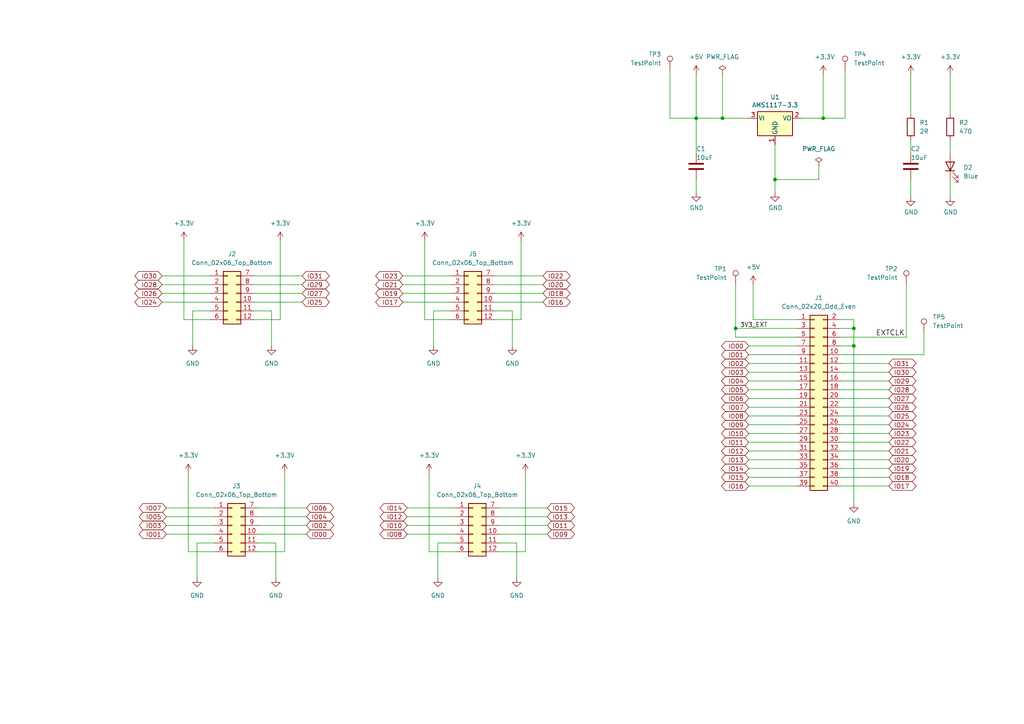
<source format=kicad_sch>
(kicad_sch (version 20211123) (generator eeschema)

  (uuid d3cbb1a5-51bc-4672-bae2-6f2b9f8a53d0)

  (paper "A4")

  (title_block
    (title "iCE40HX8K-EVB EXT2PMOD adapter")
    (date "2022-12-20")
    (rev "V1.0")
    (company "https://github.com/atoomnetmarc/iCE40HX8K-EVB-EXT2PMOD-adapter")
  )

  (lib_symbols
    (symbol "Connector:TestPoint" (pin_numbers hide) (pin_names (offset 0.762) hide) (in_bom yes) (on_board yes)
      (property "Reference" "TP" (id 0) (at 0 6.858 0)
        (effects (font (size 1.27 1.27)))
      )
      (property "Value" "TestPoint" (id 1) (at 0 5.08 0)
        (effects (font (size 1.27 1.27)))
      )
      (property "Footprint" "" (id 2) (at 5.08 0 0)
        (effects (font (size 1.27 1.27)) hide)
      )
      (property "Datasheet" "~" (id 3) (at 5.08 0 0)
        (effects (font (size 1.27 1.27)) hide)
      )
      (property "ki_keywords" "test point tp" (id 4) (at 0 0 0)
        (effects (font (size 1.27 1.27)) hide)
      )
      (property "ki_description" "test point" (id 5) (at 0 0 0)
        (effects (font (size 1.27 1.27)) hide)
      )
      (property "ki_fp_filters" "Pin* Test*" (id 6) (at 0 0 0)
        (effects (font (size 1.27 1.27)) hide)
      )
      (symbol "TestPoint_0_1"
        (circle (center 0 3.302) (radius 0.762)
          (stroke (width 0) (type default) (color 0 0 0 0))
          (fill (type none))
        )
      )
      (symbol "TestPoint_1_1"
        (pin passive line (at 0 0 90) (length 2.54)
          (name "1" (effects (font (size 1.27 1.27))))
          (number "1" (effects (font (size 1.27 1.27))))
        )
      )
    )
    (symbol "Connector_Generic:Conn_02x06_Top_Bottom" (pin_names (offset 1.016) hide) (in_bom yes) (on_board yes)
      (property "Reference" "J" (id 0) (at 1.27 7.62 0)
        (effects (font (size 1.27 1.27)))
      )
      (property "Value" "Conn_02x06_Top_Bottom" (id 1) (at 1.27 -10.16 0)
        (effects (font (size 1.27 1.27)))
      )
      (property "Footprint" "" (id 2) (at 0 0 0)
        (effects (font (size 1.27 1.27)) hide)
      )
      (property "Datasheet" "~" (id 3) (at 0 0 0)
        (effects (font (size 1.27 1.27)) hide)
      )
      (property "ki_keywords" "connector" (id 4) (at 0 0 0)
        (effects (font (size 1.27 1.27)) hide)
      )
      (property "ki_description" "Generic connector, double row, 02x06, top/bottom pin numbering scheme (row 1: 1...pins_per_row, row2: pins_per_row+1 ... num_pins), script generated (kicad-library-utils/schlib/autogen/connector/)" (id 5) (at 0 0 0)
        (effects (font (size 1.27 1.27)) hide)
      )
      (property "ki_fp_filters" "Connector*:*_2x??_*" (id 6) (at 0 0 0)
        (effects (font (size 1.27 1.27)) hide)
      )
      (symbol "Conn_02x06_Top_Bottom_1_1"
        (rectangle (start -1.27 -7.493) (end 0 -7.747)
          (stroke (width 0.1524) (type default) (color 0 0 0 0))
          (fill (type none))
        )
        (rectangle (start -1.27 -4.953) (end 0 -5.207)
          (stroke (width 0.1524) (type default) (color 0 0 0 0))
          (fill (type none))
        )
        (rectangle (start -1.27 -2.413) (end 0 -2.667)
          (stroke (width 0.1524) (type default) (color 0 0 0 0))
          (fill (type none))
        )
        (rectangle (start -1.27 0.127) (end 0 -0.127)
          (stroke (width 0.1524) (type default) (color 0 0 0 0))
          (fill (type none))
        )
        (rectangle (start -1.27 2.667) (end 0 2.413)
          (stroke (width 0.1524) (type default) (color 0 0 0 0))
          (fill (type none))
        )
        (rectangle (start -1.27 5.207) (end 0 4.953)
          (stroke (width 0.1524) (type default) (color 0 0 0 0))
          (fill (type none))
        )
        (rectangle (start -1.27 6.35) (end 3.81 -8.89)
          (stroke (width 0.254) (type default) (color 0 0 0 0))
          (fill (type background))
        )
        (rectangle (start 3.81 -7.493) (end 2.54 -7.747)
          (stroke (width 0.1524) (type default) (color 0 0 0 0))
          (fill (type none))
        )
        (rectangle (start 3.81 -4.953) (end 2.54 -5.207)
          (stroke (width 0.1524) (type default) (color 0 0 0 0))
          (fill (type none))
        )
        (rectangle (start 3.81 -2.413) (end 2.54 -2.667)
          (stroke (width 0.1524) (type default) (color 0 0 0 0))
          (fill (type none))
        )
        (rectangle (start 3.81 0.127) (end 2.54 -0.127)
          (stroke (width 0.1524) (type default) (color 0 0 0 0))
          (fill (type none))
        )
        (rectangle (start 3.81 2.667) (end 2.54 2.413)
          (stroke (width 0.1524) (type default) (color 0 0 0 0))
          (fill (type none))
        )
        (rectangle (start 3.81 5.207) (end 2.54 4.953)
          (stroke (width 0.1524) (type default) (color 0 0 0 0))
          (fill (type none))
        )
        (pin passive line (at -5.08 5.08 0) (length 3.81)
          (name "Pin_1" (effects (font (size 1.27 1.27))))
          (number "1" (effects (font (size 1.27 1.27))))
        )
        (pin passive line (at 7.62 -2.54 180) (length 3.81)
          (name "Pin_10" (effects (font (size 1.27 1.27))))
          (number "10" (effects (font (size 1.27 1.27))))
        )
        (pin passive line (at 7.62 -5.08 180) (length 3.81)
          (name "Pin_11" (effects (font (size 1.27 1.27))))
          (number "11" (effects (font (size 1.27 1.27))))
        )
        (pin passive line (at 7.62 -7.62 180) (length 3.81)
          (name "Pin_12" (effects (font (size 1.27 1.27))))
          (number "12" (effects (font (size 1.27 1.27))))
        )
        (pin passive line (at -5.08 2.54 0) (length 3.81)
          (name "Pin_2" (effects (font (size 1.27 1.27))))
          (number "2" (effects (font (size 1.27 1.27))))
        )
        (pin passive line (at -5.08 0 0) (length 3.81)
          (name "Pin_3" (effects (font (size 1.27 1.27))))
          (number "3" (effects (font (size 1.27 1.27))))
        )
        (pin passive line (at -5.08 -2.54 0) (length 3.81)
          (name "Pin_4" (effects (font (size 1.27 1.27))))
          (number "4" (effects (font (size 1.27 1.27))))
        )
        (pin passive line (at -5.08 -5.08 0) (length 3.81)
          (name "Pin_5" (effects (font (size 1.27 1.27))))
          (number "5" (effects (font (size 1.27 1.27))))
        )
        (pin passive line (at -5.08 -7.62 0) (length 3.81)
          (name "Pin_6" (effects (font (size 1.27 1.27))))
          (number "6" (effects (font (size 1.27 1.27))))
        )
        (pin passive line (at 7.62 5.08 180) (length 3.81)
          (name "Pin_7" (effects (font (size 1.27 1.27))))
          (number "7" (effects (font (size 1.27 1.27))))
        )
        (pin passive line (at 7.62 2.54 180) (length 3.81)
          (name "Pin_8" (effects (font (size 1.27 1.27))))
          (number "8" (effects (font (size 1.27 1.27))))
        )
        (pin passive line (at 7.62 0 180) (length 3.81)
          (name "Pin_9" (effects (font (size 1.27 1.27))))
          (number "9" (effects (font (size 1.27 1.27))))
        )
      )
    )
    (symbol "Connector_Generic:Conn_02x20_Odd_Even" (pin_names (offset 1.016) hide) (in_bom yes) (on_board yes)
      (property "Reference" "J" (id 0) (at 1.27 25.4 0)
        (effects (font (size 1.27 1.27)))
      )
      (property "Value" "Conn_02x20_Odd_Even" (id 1) (at 1.27 -27.94 0)
        (effects (font (size 1.27 1.27)))
      )
      (property "Footprint" "" (id 2) (at 0 0 0)
        (effects (font (size 1.27 1.27)) hide)
      )
      (property "Datasheet" "~" (id 3) (at 0 0 0)
        (effects (font (size 1.27 1.27)) hide)
      )
      (property "ki_keywords" "connector" (id 4) (at 0 0 0)
        (effects (font (size 1.27 1.27)) hide)
      )
      (property "ki_description" "Generic connector, double row, 02x20, odd/even pin numbering scheme (row 1 odd numbers, row 2 even numbers), script generated (kicad-library-utils/schlib/autogen/connector/)" (id 5) (at 0 0 0)
        (effects (font (size 1.27 1.27)) hide)
      )
      (property "ki_fp_filters" "Connector*:*_2x??_*" (id 6) (at 0 0 0)
        (effects (font (size 1.27 1.27)) hide)
      )
      (symbol "Conn_02x20_Odd_Even_1_1"
        (rectangle (start -1.27 -25.273) (end 0 -25.527)
          (stroke (width 0.1524) (type default) (color 0 0 0 0))
          (fill (type none))
        )
        (rectangle (start -1.27 -22.733) (end 0 -22.987)
          (stroke (width 0.1524) (type default) (color 0 0 0 0))
          (fill (type none))
        )
        (rectangle (start -1.27 -20.193) (end 0 -20.447)
          (stroke (width 0.1524) (type default) (color 0 0 0 0))
          (fill (type none))
        )
        (rectangle (start -1.27 -17.653) (end 0 -17.907)
          (stroke (width 0.1524) (type default) (color 0 0 0 0))
          (fill (type none))
        )
        (rectangle (start -1.27 -15.113) (end 0 -15.367)
          (stroke (width 0.1524) (type default) (color 0 0 0 0))
          (fill (type none))
        )
        (rectangle (start -1.27 -12.573) (end 0 -12.827)
          (stroke (width 0.1524) (type default) (color 0 0 0 0))
          (fill (type none))
        )
        (rectangle (start -1.27 -10.033) (end 0 -10.287)
          (stroke (width 0.1524) (type default) (color 0 0 0 0))
          (fill (type none))
        )
        (rectangle (start -1.27 -7.493) (end 0 -7.747)
          (stroke (width 0.1524) (type default) (color 0 0 0 0))
          (fill (type none))
        )
        (rectangle (start -1.27 -4.953) (end 0 -5.207)
          (stroke (width 0.1524) (type default) (color 0 0 0 0))
          (fill (type none))
        )
        (rectangle (start -1.27 -2.413) (end 0 -2.667)
          (stroke (width 0.1524) (type default) (color 0 0 0 0))
          (fill (type none))
        )
        (rectangle (start -1.27 0.127) (end 0 -0.127)
          (stroke (width 0.1524) (type default) (color 0 0 0 0))
          (fill (type none))
        )
        (rectangle (start -1.27 2.667) (end 0 2.413)
          (stroke (width 0.1524) (type default) (color 0 0 0 0))
          (fill (type none))
        )
        (rectangle (start -1.27 5.207) (end 0 4.953)
          (stroke (width 0.1524) (type default) (color 0 0 0 0))
          (fill (type none))
        )
        (rectangle (start -1.27 7.747) (end 0 7.493)
          (stroke (width 0.1524) (type default) (color 0 0 0 0))
          (fill (type none))
        )
        (rectangle (start -1.27 10.287) (end 0 10.033)
          (stroke (width 0.1524) (type default) (color 0 0 0 0))
          (fill (type none))
        )
        (rectangle (start -1.27 12.827) (end 0 12.573)
          (stroke (width 0.1524) (type default) (color 0 0 0 0))
          (fill (type none))
        )
        (rectangle (start -1.27 15.367) (end 0 15.113)
          (stroke (width 0.1524) (type default) (color 0 0 0 0))
          (fill (type none))
        )
        (rectangle (start -1.27 17.907) (end 0 17.653)
          (stroke (width 0.1524) (type default) (color 0 0 0 0))
          (fill (type none))
        )
        (rectangle (start -1.27 20.447) (end 0 20.193)
          (stroke (width 0.1524) (type default) (color 0 0 0 0))
          (fill (type none))
        )
        (rectangle (start -1.27 22.987) (end 0 22.733)
          (stroke (width 0.1524) (type default) (color 0 0 0 0))
          (fill (type none))
        )
        (rectangle (start -1.27 24.13) (end 3.81 -26.67)
          (stroke (width 0.254) (type default) (color 0 0 0 0))
          (fill (type background))
        )
        (rectangle (start 3.81 -25.273) (end 2.54 -25.527)
          (stroke (width 0.1524) (type default) (color 0 0 0 0))
          (fill (type none))
        )
        (rectangle (start 3.81 -22.733) (end 2.54 -22.987)
          (stroke (width 0.1524) (type default) (color 0 0 0 0))
          (fill (type none))
        )
        (rectangle (start 3.81 -20.193) (end 2.54 -20.447)
          (stroke (width 0.1524) (type default) (color 0 0 0 0))
          (fill (type none))
        )
        (rectangle (start 3.81 -17.653) (end 2.54 -17.907)
          (stroke (width 0.1524) (type default) (color 0 0 0 0))
          (fill (type none))
        )
        (rectangle (start 3.81 -15.113) (end 2.54 -15.367)
          (stroke (width 0.1524) (type default) (color 0 0 0 0))
          (fill (type none))
        )
        (rectangle (start 3.81 -12.573) (end 2.54 -12.827)
          (stroke (width 0.1524) (type default) (color 0 0 0 0))
          (fill (type none))
        )
        (rectangle (start 3.81 -10.033) (end 2.54 -10.287)
          (stroke (width 0.1524) (type default) (color 0 0 0 0))
          (fill (type none))
        )
        (rectangle (start 3.81 -7.493) (end 2.54 -7.747)
          (stroke (width 0.1524) (type default) (color 0 0 0 0))
          (fill (type none))
        )
        (rectangle (start 3.81 -4.953) (end 2.54 -5.207)
          (stroke (width 0.1524) (type default) (color 0 0 0 0))
          (fill (type none))
        )
        (rectangle (start 3.81 -2.413) (end 2.54 -2.667)
          (stroke (width 0.1524) (type default) (color 0 0 0 0))
          (fill (type none))
        )
        (rectangle (start 3.81 0.127) (end 2.54 -0.127)
          (stroke (width 0.1524) (type default) (color 0 0 0 0))
          (fill (type none))
        )
        (rectangle (start 3.81 2.667) (end 2.54 2.413)
          (stroke (width 0.1524) (type default) (color 0 0 0 0))
          (fill (type none))
        )
        (rectangle (start 3.81 5.207) (end 2.54 4.953)
          (stroke (width 0.1524) (type default) (color 0 0 0 0))
          (fill (type none))
        )
        (rectangle (start 3.81 7.747) (end 2.54 7.493)
          (stroke (width 0.1524) (type default) (color 0 0 0 0))
          (fill (type none))
        )
        (rectangle (start 3.81 10.287) (end 2.54 10.033)
          (stroke (width 0.1524) (type default) (color 0 0 0 0))
          (fill (type none))
        )
        (rectangle (start 3.81 12.827) (end 2.54 12.573)
          (stroke (width 0.1524) (type default) (color 0 0 0 0))
          (fill (type none))
        )
        (rectangle (start 3.81 15.367) (end 2.54 15.113)
          (stroke (width 0.1524) (type default) (color 0 0 0 0))
          (fill (type none))
        )
        (rectangle (start 3.81 17.907) (end 2.54 17.653)
          (stroke (width 0.1524) (type default) (color 0 0 0 0))
          (fill (type none))
        )
        (rectangle (start 3.81 20.447) (end 2.54 20.193)
          (stroke (width 0.1524) (type default) (color 0 0 0 0))
          (fill (type none))
        )
        (rectangle (start 3.81 22.987) (end 2.54 22.733)
          (stroke (width 0.1524) (type default) (color 0 0 0 0))
          (fill (type none))
        )
        (pin passive line (at -5.08 22.86 0) (length 3.81)
          (name "Pin_1" (effects (font (size 1.27 1.27))))
          (number "1" (effects (font (size 1.27 1.27))))
        )
        (pin passive line (at 7.62 12.7 180) (length 3.81)
          (name "Pin_10" (effects (font (size 1.27 1.27))))
          (number "10" (effects (font (size 1.27 1.27))))
        )
        (pin passive line (at -5.08 10.16 0) (length 3.81)
          (name "Pin_11" (effects (font (size 1.27 1.27))))
          (number "11" (effects (font (size 1.27 1.27))))
        )
        (pin passive line (at 7.62 10.16 180) (length 3.81)
          (name "Pin_12" (effects (font (size 1.27 1.27))))
          (number "12" (effects (font (size 1.27 1.27))))
        )
        (pin passive line (at -5.08 7.62 0) (length 3.81)
          (name "Pin_13" (effects (font (size 1.27 1.27))))
          (number "13" (effects (font (size 1.27 1.27))))
        )
        (pin passive line (at 7.62 7.62 180) (length 3.81)
          (name "Pin_14" (effects (font (size 1.27 1.27))))
          (number "14" (effects (font (size 1.27 1.27))))
        )
        (pin passive line (at -5.08 5.08 0) (length 3.81)
          (name "Pin_15" (effects (font (size 1.27 1.27))))
          (number "15" (effects (font (size 1.27 1.27))))
        )
        (pin passive line (at 7.62 5.08 180) (length 3.81)
          (name "Pin_16" (effects (font (size 1.27 1.27))))
          (number "16" (effects (font (size 1.27 1.27))))
        )
        (pin passive line (at -5.08 2.54 0) (length 3.81)
          (name "Pin_17" (effects (font (size 1.27 1.27))))
          (number "17" (effects (font (size 1.27 1.27))))
        )
        (pin passive line (at 7.62 2.54 180) (length 3.81)
          (name "Pin_18" (effects (font (size 1.27 1.27))))
          (number "18" (effects (font (size 1.27 1.27))))
        )
        (pin passive line (at -5.08 0 0) (length 3.81)
          (name "Pin_19" (effects (font (size 1.27 1.27))))
          (number "19" (effects (font (size 1.27 1.27))))
        )
        (pin passive line (at 7.62 22.86 180) (length 3.81)
          (name "Pin_2" (effects (font (size 1.27 1.27))))
          (number "2" (effects (font (size 1.27 1.27))))
        )
        (pin passive line (at 7.62 0 180) (length 3.81)
          (name "Pin_20" (effects (font (size 1.27 1.27))))
          (number "20" (effects (font (size 1.27 1.27))))
        )
        (pin passive line (at -5.08 -2.54 0) (length 3.81)
          (name "Pin_21" (effects (font (size 1.27 1.27))))
          (number "21" (effects (font (size 1.27 1.27))))
        )
        (pin passive line (at 7.62 -2.54 180) (length 3.81)
          (name "Pin_22" (effects (font (size 1.27 1.27))))
          (number "22" (effects (font (size 1.27 1.27))))
        )
        (pin passive line (at -5.08 -5.08 0) (length 3.81)
          (name "Pin_23" (effects (font (size 1.27 1.27))))
          (number "23" (effects (font (size 1.27 1.27))))
        )
        (pin passive line (at 7.62 -5.08 180) (length 3.81)
          (name "Pin_24" (effects (font (size 1.27 1.27))))
          (number "24" (effects (font (size 1.27 1.27))))
        )
        (pin passive line (at -5.08 -7.62 0) (length 3.81)
          (name "Pin_25" (effects (font (size 1.27 1.27))))
          (number "25" (effects (font (size 1.27 1.27))))
        )
        (pin passive line (at 7.62 -7.62 180) (length 3.81)
          (name "Pin_26" (effects (font (size 1.27 1.27))))
          (number "26" (effects (font (size 1.27 1.27))))
        )
        (pin passive line (at -5.08 -10.16 0) (length 3.81)
          (name "Pin_27" (effects (font (size 1.27 1.27))))
          (number "27" (effects (font (size 1.27 1.27))))
        )
        (pin passive line (at 7.62 -10.16 180) (length 3.81)
          (name "Pin_28" (effects (font (size 1.27 1.27))))
          (number "28" (effects (font (size 1.27 1.27))))
        )
        (pin passive line (at -5.08 -12.7 0) (length 3.81)
          (name "Pin_29" (effects (font (size 1.27 1.27))))
          (number "29" (effects (font (size 1.27 1.27))))
        )
        (pin passive line (at -5.08 20.32 0) (length 3.81)
          (name "Pin_3" (effects (font (size 1.27 1.27))))
          (number "3" (effects (font (size 1.27 1.27))))
        )
        (pin passive line (at 7.62 -12.7 180) (length 3.81)
          (name "Pin_30" (effects (font (size 1.27 1.27))))
          (number "30" (effects (font (size 1.27 1.27))))
        )
        (pin passive line (at -5.08 -15.24 0) (length 3.81)
          (name "Pin_31" (effects (font (size 1.27 1.27))))
          (number "31" (effects (font (size 1.27 1.27))))
        )
        (pin passive line (at 7.62 -15.24 180) (length 3.81)
          (name "Pin_32" (effects (font (size 1.27 1.27))))
          (number "32" (effects (font (size 1.27 1.27))))
        )
        (pin passive line (at -5.08 -17.78 0) (length 3.81)
          (name "Pin_33" (effects (font (size 1.27 1.27))))
          (number "33" (effects (font (size 1.27 1.27))))
        )
        (pin passive line (at 7.62 -17.78 180) (length 3.81)
          (name "Pin_34" (effects (font (size 1.27 1.27))))
          (number "34" (effects (font (size 1.27 1.27))))
        )
        (pin passive line (at -5.08 -20.32 0) (length 3.81)
          (name "Pin_35" (effects (font (size 1.27 1.27))))
          (number "35" (effects (font (size 1.27 1.27))))
        )
        (pin passive line (at 7.62 -20.32 180) (length 3.81)
          (name "Pin_36" (effects (font (size 1.27 1.27))))
          (number "36" (effects (font (size 1.27 1.27))))
        )
        (pin passive line (at -5.08 -22.86 0) (length 3.81)
          (name "Pin_37" (effects (font (size 1.27 1.27))))
          (number "37" (effects (font (size 1.27 1.27))))
        )
        (pin passive line (at 7.62 -22.86 180) (length 3.81)
          (name "Pin_38" (effects (font (size 1.27 1.27))))
          (number "38" (effects (font (size 1.27 1.27))))
        )
        (pin passive line (at -5.08 -25.4 0) (length 3.81)
          (name "Pin_39" (effects (font (size 1.27 1.27))))
          (number "39" (effects (font (size 1.27 1.27))))
        )
        (pin passive line (at 7.62 20.32 180) (length 3.81)
          (name "Pin_4" (effects (font (size 1.27 1.27))))
          (number "4" (effects (font (size 1.27 1.27))))
        )
        (pin passive line (at 7.62 -25.4 180) (length 3.81)
          (name "Pin_40" (effects (font (size 1.27 1.27))))
          (number "40" (effects (font (size 1.27 1.27))))
        )
        (pin passive line (at -5.08 17.78 0) (length 3.81)
          (name "Pin_5" (effects (font (size 1.27 1.27))))
          (number "5" (effects (font (size 1.27 1.27))))
        )
        (pin passive line (at 7.62 17.78 180) (length 3.81)
          (name "Pin_6" (effects (font (size 1.27 1.27))))
          (number "6" (effects (font (size 1.27 1.27))))
        )
        (pin passive line (at -5.08 15.24 0) (length 3.81)
          (name "Pin_7" (effects (font (size 1.27 1.27))))
          (number "7" (effects (font (size 1.27 1.27))))
        )
        (pin passive line (at 7.62 15.24 180) (length 3.81)
          (name "Pin_8" (effects (font (size 1.27 1.27))))
          (number "8" (effects (font (size 1.27 1.27))))
        )
        (pin passive line (at -5.08 12.7 0) (length 3.81)
          (name "Pin_9" (effects (font (size 1.27 1.27))))
          (number "9" (effects (font (size 1.27 1.27))))
        )
      )
    )
    (symbol "Device:C" (pin_numbers hide) (pin_names (offset 0.254)) (in_bom yes) (on_board yes)
      (property "Reference" "C" (id 0) (at 0.635 2.54 0)
        (effects (font (size 1.27 1.27)) (justify left))
      )
      (property "Value" "C" (id 1) (at 0.635 -2.54 0)
        (effects (font (size 1.27 1.27)) (justify left))
      )
      (property "Footprint" "" (id 2) (at 0.9652 -3.81 0)
        (effects (font (size 1.27 1.27)) hide)
      )
      (property "Datasheet" "~" (id 3) (at 0 0 0)
        (effects (font (size 1.27 1.27)) hide)
      )
      (property "ki_keywords" "cap capacitor" (id 4) (at 0 0 0)
        (effects (font (size 1.27 1.27)) hide)
      )
      (property "ki_description" "Unpolarized capacitor" (id 5) (at 0 0 0)
        (effects (font (size 1.27 1.27)) hide)
      )
      (property "ki_fp_filters" "C_*" (id 6) (at 0 0 0)
        (effects (font (size 1.27 1.27)) hide)
      )
      (symbol "C_0_1"
        (polyline
          (pts
            (xy -2.032 -0.762)
            (xy 2.032 -0.762)
          )
          (stroke (width 0.508) (type default) (color 0 0 0 0))
          (fill (type none))
        )
        (polyline
          (pts
            (xy -2.032 0.762)
            (xy 2.032 0.762)
          )
          (stroke (width 0.508) (type default) (color 0 0 0 0))
          (fill (type none))
        )
      )
      (symbol "C_1_1"
        (pin passive line (at 0 3.81 270) (length 2.794)
          (name "~" (effects (font (size 1.27 1.27))))
          (number "1" (effects (font (size 1.27 1.27))))
        )
        (pin passive line (at 0 -3.81 90) (length 2.794)
          (name "~" (effects (font (size 1.27 1.27))))
          (number "2" (effects (font (size 1.27 1.27))))
        )
      )
    )
    (symbol "Device:LED" (pin_numbers hide) (pin_names (offset 1.016) hide) (in_bom yes) (on_board yes)
      (property "Reference" "D" (id 0) (at 0 2.54 0)
        (effects (font (size 1.27 1.27)))
      )
      (property "Value" "LED" (id 1) (at 0 -2.54 0)
        (effects (font (size 1.27 1.27)))
      )
      (property "Footprint" "" (id 2) (at 0 0 0)
        (effects (font (size 1.27 1.27)) hide)
      )
      (property "Datasheet" "~" (id 3) (at 0 0 0)
        (effects (font (size 1.27 1.27)) hide)
      )
      (property "ki_keywords" "LED diode" (id 4) (at 0 0 0)
        (effects (font (size 1.27 1.27)) hide)
      )
      (property "ki_description" "Light emitting diode" (id 5) (at 0 0 0)
        (effects (font (size 1.27 1.27)) hide)
      )
      (property "ki_fp_filters" "LED* LED_SMD:* LED_THT:*" (id 6) (at 0 0 0)
        (effects (font (size 1.27 1.27)) hide)
      )
      (symbol "LED_0_1"
        (polyline
          (pts
            (xy -1.27 -1.27)
            (xy -1.27 1.27)
          )
          (stroke (width 0.254) (type default) (color 0 0 0 0))
          (fill (type none))
        )
        (polyline
          (pts
            (xy -1.27 0)
            (xy 1.27 0)
          )
          (stroke (width 0) (type default) (color 0 0 0 0))
          (fill (type none))
        )
        (polyline
          (pts
            (xy 1.27 -1.27)
            (xy 1.27 1.27)
            (xy -1.27 0)
            (xy 1.27 -1.27)
          )
          (stroke (width 0.254) (type default) (color 0 0 0 0))
          (fill (type none))
        )
        (polyline
          (pts
            (xy -3.048 -0.762)
            (xy -4.572 -2.286)
            (xy -3.81 -2.286)
            (xy -4.572 -2.286)
            (xy -4.572 -1.524)
          )
          (stroke (width 0) (type default) (color 0 0 0 0))
          (fill (type none))
        )
        (polyline
          (pts
            (xy -1.778 -0.762)
            (xy -3.302 -2.286)
            (xy -2.54 -2.286)
            (xy -3.302 -2.286)
            (xy -3.302 -1.524)
          )
          (stroke (width 0) (type default) (color 0 0 0 0))
          (fill (type none))
        )
      )
      (symbol "LED_1_1"
        (pin passive line (at -3.81 0 0) (length 2.54)
          (name "K" (effects (font (size 1.27 1.27))))
          (number "1" (effects (font (size 1.27 1.27))))
        )
        (pin passive line (at 3.81 0 180) (length 2.54)
          (name "A" (effects (font (size 1.27 1.27))))
          (number "2" (effects (font (size 1.27 1.27))))
        )
      )
    )
    (symbol "Device:R" (pin_numbers hide) (pin_names (offset 0)) (in_bom yes) (on_board yes)
      (property "Reference" "R" (id 0) (at 2.032 0 90)
        (effects (font (size 1.27 1.27)))
      )
      (property "Value" "R" (id 1) (at 0 0 90)
        (effects (font (size 1.27 1.27)))
      )
      (property "Footprint" "" (id 2) (at -1.778 0 90)
        (effects (font (size 1.27 1.27)) hide)
      )
      (property "Datasheet" "~" (id 3) (at 0 0 0)
        (effects (font (size 1.27 1.27)) hide)
      )
      (property "ki_keywords" "R res resistor" (id 4) (at 0 0 0)
        (effects (font (size 1.27 1.27)) hide)
      )
      (property "ki_description" "Resistor" (id 5) (at 0 0 0)
        (effects (font (size 1.27 1.27)) hide)
      )
      (property "ki_fp_filters" "R_*" (id 6) (at 0 0 0)
        (effects (font (size 1.27 1.27)) hide)
      )
      (symbol "R_0_1"
        (rectangle (start -1.016 -2.54) (end 1.016 2.54)
          (stroke (width 0.254) (type default) (color 0 0 0 0))
          (fill (type none))
        )
      )
      (symbol "R_1_1"
        (pin passive line (at 0 3.81 270) (length 1.27)
          (name "~" (effects (font (size 1.27 1.27))))
          (number "1" (effects (font (size 1.27 1.27))))
        )
        (pin passive line (at 0 -3.81 90) (length 1.27)
          (name "~" (effects (font (size 1.27 1.27))))
          (number "2" (effects (font (size 1.27 1.27))))
        )
      )
    )
    (symbol "Regulator_Linear:AMS1117-3.3" (pin_names (offset 0.254)) (in_bom yes) (on_board yes)
      (property "Reference" "U" (id 0) (at -3.81 3.175 0)
        (effects (font (size 1.27 1.27)))
      )
      (property "Value" "AMS1117-3.3" (id 1) (at 0 3.175 0)
        (effects (font (size 1.27 1.27)) (justify left))
      )
      (property "Footprint" "Package_TO_SOT_SMD:SOT-223-3_TabPin2" (id 2) (at 0 5.08 0)
        (effects (font (size 1.27 1.27)) hide)
      )
      (property "Datasheet" "http://www.advanced-monolithic.com/pdf/ds1117.pdf" (id 3) (at 2.54 -6.35 0)
        (effects (font (size 1.27 1.27)) hide)
      )
      (property "ki_keywords" "linear regulator ldo fixed positive" (id 4) (at 0 0 0)
        (effects (font (size 1.27 1.27)) hide)
      )
      (property "ki_description" "1A Low Dropout regulator, positive, 3.3V fixed output, SOT-223" (id 5) (at 0 0 0)
        (effects (font (size 1.27 1.27)) hide)
      )
      (property "ki_fp_filters" "SOT?223*TabPin2*" (id 6) (at 0 0 0)
        (effects (font (size 1.27 1.27)) hide)
      )
      (symbol "AMS1117-3.3_0_1"
        (rectangle (start -5.08 -5.08) (end 5.08 1.905)
          (stroke (width 0.254) (type default) (color 0 0 0 0))
          (fill (type background))
        )
      )
      (symbol "AMS1117-3.3_1_1"
        (pin power_in line (at 0 -7.62 90) (length 2.54)
          (name "GND" (effects (font (size 1.27 1.27))))
          (number "1" (effects (font (size 1.27 1.27))))
        )
        (pin power_out line (at 7.62 0 180) (length 2.54)
          (name "VO" (effects (font (size 1.27 1.27))))
          (number "2" (effects (font (size 1.27 1.27))))
        )
        (pin power_in line (at -7.62 0 0) (length 2.54)
          (name "VI" (effects (font (size 1.27 1.27))))
          (number "3" (effects (font (size 1.27 1.27))))
        )
      )
    )
    (symbol "power:+3.3V" (power) (pin_names (offset 0)) (in_bom yes) (on_board yes)
      (property "Reference" "#PWR" (id 0) (at 0 -3.81 0)
        (effects (font (size 1.27 1.27)) hide)
      )
      (property "Value" "+3.3V" (id 1) (at 0 3.556 0)
        (effects (font (size 1.27 1.27)))
      )
      (property "Footprint" "" (id 2) (at 0 0 0)
        (effects (font (size 1.27 1.27)) hide)
      )
      (property "Datasheet" "" (id 3) (at 0 0 0)
        (effects (font (size 1.27 1.27)) hide)
      )
      (property "ki_keywords" "power-flag" (id 4) (at 0 0 0)
        (effects (font (size 1.27 1.27)) hide)
      )
      (property "ki_description" "Power symbol creates a global label with name \"+3.3V\"" (id 5) (at 0 0 0)
        (effects (font (size 1.27 1.27)) hide)
      )
      (symbol "+3.3V_0_1"
        (polyline
          (pts
            (xy -0.762 1.27)
            (xy 0 2.54)
          )
          (stroke (width 0) (type default) (color 0 0 0 0))
          (fill (type none))
        )
        (polyline
          (pts
            (xy 0 0)
            (xy 0 2.54)
          )
          (stroke (width 0) (type default) (color 0 0 0 0))
          (fill (type none))
        )
        (polyline
          (pts
            (xy 0 2.54)
            (xy 0.762 1.27)
          )
          (stroke (width 0) (type default) (color 0 0 0 0))
          (fill (type none))
        )
      )
      (symbol "+3.3V_1_1"
        (pin power_in line (at 0 0 90) (length 0) hide
          (name "+3.3V" (effects (font (size 1.27 1.27))))
          (number "1" (effects (font (size 1.27 1.27))))
        )
      )
    )
    (symbol "power:+5V" (power) (pin_names (offset 0)) (in_bom yes) (on_board yes)
      (property "Reference" "#PWR" (id 0) (at 0 -3.81 0)
        (effects (font (size 1.27 1.27)) hide)
      )
      (property "Value" "+5V" (id 1) (at 0 3.556 0)
        (effects (font (size 1.27 1.27)))
      )
      (property "Footprint" "" (id 2) (at 0 0 0)
        (effects (font (size 1.27 1.27)) hide)
      )
      (property "Datasheet" "" (id 3) (at 0 0 0)
        (effects (font (size 1.27 1.27)) hide)
      )
      (property "ki_keywords" "power-flag" (id 4) (at 0 0 0)
        (effects (font (size 1.27 1.27)) hide)
      )
      (property "ki_description" "Power symbol creates a global label with name \"+5V\"" (id 5) (at 0 0 0)
        (effects (font (size 1.27 1.27)) hide)
      )
      (symbol "+5V_0_1"
        (polyline
          (pts
            (xy -0.762 1.27)
            (xy 0 2.54)
          )
          (stroke (width 0) (type default) (color 0 0 0 0))
          (fill (type none))
        )
        (polyline
          (pts
            (xy 0 0)
            (xy 0 2.54)
          )
          (stroke (width 0) (type default) (color 0 0 0 0))
          (fill (type none))
        )
        (polyline
          (pts
            (xy 0 2.54)
            (xy 0.762 1.27)
          )
          (stroke (width 0) (type default) (color 0 0 0 0))
          (fill (type none))
        )
      )
      (symbol "+5V_1_1"
        (pin power_in line (at 0 0 90) (length 0) hide
          (name "+5V" (effects (font (size 1.27 1.27))))
          (number "1" (effects (font (size 1.27 1.27))))
        )
      )
    )
    (symbol "power:GND" (power) (pin_names (offset 0)) (in_bom yes) (on_board yes)
      (property "Reference" "#PWR" (id 0) (at 0 -6.35 0)
        (effects (font (size 1.27 1.27)) hide)
      )
      (property "Value" "GND" (id 1) (at 0 -3.81 0)
        (effects (font (size 1.27 1.27)))
      )
      (property "Footprint" "" (id 2) (at 0 0 0)
        (effects (font (size 1.27 1.27)) hide)
      )
      (property "Datasheet" "" (id 3) (at 0 0 0)
        (effects (font (size 1.27 1.27)) hide)
      )
      (property "ki_keywords" "power-flag" (id 4) (at 0 0 0)
        (effects (font (size 1.27 1.27)) hide)
      )
      (property "ki_description" "Power symbol creates a global label with name \"GND\" , ground" (id 5) (at 0 0 0)
        (effects (font (size 1.27 1.27)) hide)
      )
      (symbol "GND_0_1"
        (polyline
          (pts
            (xy 0 0)
            (xy 0 -1.27)
            (xy 1.27 -1.27)
            (xy 0 -2.54)
            (xy -1.27 -1.27)
            (xy 0 -1.27)
          )
          (stroke (width 0) (type default) (color 0 0 0 0))
          (fill (type none))
        )
      )
      (symbol "GND_1_1"
        (pin power_in line (at 0 0 270) (length 0) hide
          (name "GND" (effects (font (size 1.27 1.27))))
          (number "1" (effects (font (size 1.27 1.27))))
        )
      )
    )
    (symbol "power:PWR_FLAG" (power) (pin_numbers hide) (pin_names (offset 0) hide) (in_bom yes) (on_board yes)
      (property "Reference" "#FLG" (id 0) (at 0 1.905 0)
        (effects (font (size 1.27 1.27)) hide)
      )
      (property "Value" "PWR_FLAG" (id 1) (at 0 3.81 0)
        (effects (font (size 1.27 1.27)))
      )
      (property "Footprint" "" (id 2) (at 0 0 0)
        (effects (font (size 1.27 1.27)) hide)
      )
      (property "Datasheet" "~" (id 3) (at 0 0 0)
        (effects (font (size 1.27 1.27)) hide)
      )
      (property "ki_keywords" "power-flag" (id 4) (at 0 0 0)
        (effects (font (size 1.27 1.27)) hide)
      )
      (property "ki_description" "Special symbol for telling ERC where power comes from" (id 5) (at 0 0 0)
        (effects (font (size 1.27 1.27)) hide)
      )
      (symbol "PWR_FLAG_0_0"
        (pin power_out line (at 0 0 90) (length 0)
          (name "pwr" (effects (font (size 1.27 1.27))))
          (number "1" (effects (font (size 1.27 1.27))))
        )
      )
      (symbol "PWR_FLAG_0_1"
        (polyline
          (pts
            (xy 0 0)
            (xy 0 1.27)
            (xy -1.016 1.905)
            (xy 0 2.54)
            (xy 1.016 1.905)
            (xy 0 1.27)
          )
          (stroke (width 0) (type default) (color 0 0 0 0))
          (fill (type none))
        )
      )
    )
  )

  (junction (at 238.76 34.29) (diameter 0) (color 0 0 0 0)
    (uuid 3be71c7d-03c4-4338-b93e-ee256630af19)
  )
  (junction (at 201.93 34.29) (diameter 0) (color 0 0 0 0)
    (uuid 4622ff90-e6f7-4ea7-9ea2-058bb650edfc)
  )
  (junction (at 224.79 52.07) (diameter 0) (color 0 0 0 0)
    (uuid 7c2d5e6e-a1af-40ba-ad16-51d52a58fde9)
  )
  (junction (at 247.65 100.33) (diameter 0) (color 0 0 0 0)
    (uuid 9d5336d5-5e81-44bc-a68b-9298d96955fd)
  )
  (junction (at 209.55 34.29) (diameter 0) (color 0 0 0 0)
    (uuid a1181a06-a65a-4967-bfd2-df6e7eb6d169)
  )
  (junction (at 247.65 95.25) (diameter 0) (color 0 0 0 0)
    (uuid ca3191ee-2981-4ce0-a222-9a31296af31f)
  )
  (junction (at 213.36 95.25) (diameter 0) (color 0 0 0 0)
    (uuid fc621297-860b-4a87-993e-ecdd54ca71a5)
  )

  (wire (pts (xy 74.93 147.32) (xy 88.9 147.32))
    (stroke (width 0) (type default) (color 0 0 0 0))
    (uuid 00291825-194e-445f-be3c-402d2b8f3a59)
  )
  (wire (pts (xy 237.49 48.26) (xy 237.49 52.07))
    (stroke (width 0) (type default) (color 0 0 0 0))
    (uuid 0274a27f-daee-4b87-bc16-40ad421f4f6d)
  )
  (wire (pts (xy 209.55 34.29) (xy 201.93 34.29))
    (stroke (width 0) (type default) (color 0 0 0 0))
    (uuid 04b0d8c6-d7cf-4f7b-8f79-bf700192cc18)
  )
  (wire (pts (xy 118.11 154.94) (xy 132.08 154.94))
    (stroke (width 0) (type default) (color 0 0 0 0))
    (uuid 0a640ce8-8306-422c-bd05-cb77200f2422)
  )
  (wire (pts (xy 213.36 97.79) (xy 231.14 97.79))
    (stroke (width 0) (type default) (color 0 0 0 0))
    (uuid 0c8425d8-69de-414e-bff9-bf978e94dc54)
  )
  (wire (pts (xy 201.93 52.07) (xy 201.93 55.88))
    (stroke (width 0) (type default) (color 0 0 0 0))
    (uuid 0df5de7c-925b-4977-9e22-5a8b89a8401f)
  )
  (wire (pts (xy 243.84 140.97) (xy 257.81 140.97))
    (stroke (width 0) (type default) (color 0 0 0 0))
    (uuid 0f0d3de6-15cc-4dd5-bc9b-a3065c9d4b0f)
  )
  (wire (pts (xy 144.78 149.86) (xy 158.75 149.86))
    (stroke (width 0) (type default) (color 0 0 0 0))
    (uuid 10232cf2-14e7-442d-b1a1-d4057fdb13b4)
  )
  (wire (pts (xy 116.84 85.09) (xy 130.81 85.09))
    (stroke (width 0) (type default) (color 0 0 0 0))
    (uuid 1071bf05-5ba5-45f0-9341-d3659de14b5c)
  )
  (wire (pts (xy 116.84 82.55) (xy 130.81 82.55))
    (stroke (width 0) (type default) (color 0 0 0 0))
    (uuid 10ccb060-7254-43a7-8ff5-8d38878465b0)
  )
  (wire (pts (xy 264.16 21.59) (xy 264.16 33.02))
    (stroke (width 0) (type default) (color 0 0 0 0))
    (uuid 1590dfaf-2701-4c86-b1df-cf2fa4959380)
  )
  (wire (pts (xy 144.78 154.94) (xy 158.75 154.94))
    (stroke (width 0) (type default) (color 0 0 0 0))
    (uuid 15b2f7fb-5f91-4bde-9ef7-377157960157)
  )
  (wire (pts (xy 74.93 160.02) (xy 82.55 160.02))
    (stroke (width 0) (type default) (color 0 0 0 0))
    (uuid 18788e9f-9530-4045-97e4-26b26201a716)
  )
  (wire (pts (xy 217.17 107.95) (xy 231.14 107.95))
    (stroke (width 0) (type default) (color 0 0 0 0))
    (uuid 187c0554-9dbc-491e-87ea-744042b10c5d)
  )
  (wire (pts (xy 143.51 80.01) (xy 157.48 80.01))
    (stroke (width 0) (type default) (color 0 0 0 0))
    (uuid 1b2cc919-c1ee-48cf-bf7a-41a56cc5323e)
  )
  (wire (pts (xy 243.84 123.19) (xy 257.81 123.19))
    (stroke (width 0) (type default) (color 0 0 0 0))
    (uuid 1c8a397e-22ef-4f05-ac8b-74927cbcf775)
  )
  (wire (pts (xy 243.84 95.25) (xy 247.65 95.25))
    (stroke (width 0) (type default) (color 0 0 0 0))
    (uuid 1e5a3391-482c-4dac-9abc-d47f8c41ba2d)
  )
  (wire (pts (xy 243.84 100.33) (xy 247.65 100.33))
    (stroke (width 0) (type default) (color 0 0 0 0))
    (uuid 25044820-1461-4db5-9391-be071558b582)
  )
  (wire (pts (xy 46.99 82.55) (xy 60.96 82.55))
    (stroke (width 0) (type default) (color 0 0 0 0))
    (uuid 25bc24f5-bbd2-4166-9f59-628f56184a64)
  )
  (wire (pts (xy 194.31 34.29) (xy 201.93 34.29))
    (stroke (width 0) (type default) (color 0 0 0 0))
    (uuid 2615017a-bba6-4140-be81-bfdd93f6e698)
  )
  (wire (pts (xy 46.99 85.09) (xy 60.96 85.09))
    (stroke (width 0) (type default) (color 0 0 0 0))
    (uuid 2dd4544c-3c1a-47aa-8a1f-0896932903ef)
  )
  (wire (pts (xy 73.66 85.09) (xy 87.63 85.09))
    (stroke (width 0) (type default) (color 0 0 0 0))
    (uuid 2ddf92ec-1c4e-4273-b97e-0ac5e340083d)
  )
  (wire (pts (xy 148.59 90.17) (xy 148.59 100.33))
    (stroke (width 0) (type default) (color 0 0 0 0))
    (uuid 30f3600e-28bc-4982-a02c-6d7489477ee3)
  )
  (wire (pts (xy 73.66 87.63) (xy 87.63 87.63))
    (stroke (width 0) (type default) (color 0 0 0 0))
    (uuid 33b45087-41fc-4ea8-83f8-c4b3852ad6b9)
  )
  (wire (pts (xy 243.84 97.79) (xy 262.89 97.79))
    (stroke (width 0) (type default) (color 0 0 0 0))
    (uuid 34edeb51-4b59-4bc4-95e6-6bfe1b924f16)
  )
  (wire (pts (xy 127 157.48) (xy 132.08 157.48))
    (stroke (width 0) (type default) (color 0 0 0 0))
    (uuid 35c0b33c-cae6-4506-9fe4-f600d48806f6)
  )
  (wire (pts (xy 243.84 107.95) (xy 257.81 107.95))
    (stroke (width 0) (type default) (color 0 0 0 0))
    (uuid 3616386a-ef99-4d79-a46e-99a144d158fc)
  )
  (wire (pts (xy 213.36 95.25) (xy 231.14 95.25))
    (stroke (width 0) (type default) (color 0 0 0 0))
    (uuid 36c9261d-10bb-43df-a08c-f8a9352009a9)
  )
  (wire (pts (xy 218.44 92.71) (xy 231.14 92.71))
    (stroke (width 0) (type default) (color 0 0 0 0))
    (uuid 376abdb7-bdad-4538-9aa3-1e9b4be220e7)
  )
  (wire (pts (xy 217.17 120.65) (xy 231.14 120.65))
    (stroke (width 0) (type default) (color 0 0 0 0))
    (uuid 37cbf0c7-49cd-444f-82ec-e9612de123cd)
  )
  (wire (pts (xy 217.17 138.43) (xy 231.14 138.43))
    (stroke (width 0) (type default) (color 0 0 0 0))
    (uuid 3a95f393-7fb9-42aa-a93c-bd469bd9019f)
  )
  (wire (pts (xy 267.97 102.87) (xy 267.97 96.52))
    (stroke (width 0) (type default) (color 0 0 0 0))
    (uuid 3af8c3ac-40ac-4d24-adbd-0e3bee3ddca6)
  )
  (wire (pts (xy 264.16 52.07) (xy 264.16 57.15))
    (stroke (width 0) (type default) (color 0 0 0 0))
    (uuid 3d2b3147-225a-4ea6-9112-e2391746edf1)
  )
  (wire (pts (xy 217.17 34.29) (xy 209.55 34.29))
    (stroke (width 0) (type default) (color 0 0 0 0))
    (uuid 3d74ceb6-24d5-445e-8a8a-79c90e5f32dd)
  )
  (wire (pts (xy 201.93 21.59) (xy 201.93 34.29))
    (stroke (width 0) (type default) (color 0 0 0 0))
    (uuid 3e189cd2-d29c-4f5b-b221-5aa8ad56c52a)
  )
  (wire (pts (xy 73.66 80.01) (xy 87.63 80.01))
    (stroke (width 0) (type default) (color 0 0 0 0))
    (uuid 3e756f50-b111-4387-982a-176ccca57b83)
  )
  (wire (pts (xy 46.99 80.01) (xy 60.96 80.01))
    (stroke (width 0) (type default) (color 0 0 0 0))
    (uuid 3eef6bf6-fd72-4209-9d62-b3da5238ef61)
  )
  (wire (pts (xy 217.17 102.87) (xy 231.14 102.87))
    (stroke (width 0) (type default) (color 0 0 0 0))
    (uuid 3f5ff68f-24f0-42ac-959e-1987474cab14)
  )
  (wire (pts (xy 54.61 160.02) (xy 54.61 137.16))
    (stroke (width 0) (type default) (color 0 0 0 0))
    (uuid 403bffbb-8224-41f8-8469-691c3adb560d)
  )
  (wire (pts (xy 247.65 92.71) (xy 247.65 95.25))
    (stroke (width 0) (type default) (color 0 0 0 0))
    (uuid 413d93a6-51ab-48cb-a749-ffd47a82f57f)
  )
  (wire (pts (xy 217.17 125.73) (xy 231.14 125.73))
    (stroke (width 0) (type default) (color 0 0 0 0))
    (uuid 41aca7a1-bedb-48e3-b743-ad0d650e0ef3)
  )
  (wire (pts (xy 217.17 130.81) (xy 231.14 130.81))
    (stroke (width 0) (type default) (color 0 0 0 0))
    (uuid 42ac755d-d82a-40b2-bdcd-78c60ea1c852)
  )
  (wire (pts (xy 144.78 157.48) (xy 149.86 157.48))
    (stroke (width 0) (type default) (color 0 0 0 0))
    (uuid 43cf107d-d334-40b9-b004-fa26b0c3a627)
  )
  (wire (pts (xy 218.44 92.71) (xy 218.44 82.55))
    (stroke (width 0) (type default) (color 0 0 0 0))
    (uuid 4451b193-9f2f-484b-b41d-8fa2b59ec164)
  )
  (wire (pts (xy 144.78 147.32) (xy 158.75 147.32))
    (stroke (width 0) (type default) (color 0 0 0 0))
    (uuid 452edeba-9120-469e-81c8-9a33f43bd2e7)
  )
  (wire (pts (xy 143.51 85.09) (xy 157.48 85.09))
    (stroke (width 0) (type default) (color 0 0 0 0))
    (uuid 4e3a3ada-2acd-4d17-89aa-5d388e1fb59b)
  )
  (wire (pts (xy 74.93 157.48) (xy 80.01 157.48))
    (stroke (width 0) (type default) (color 0 0 0 0))
    (uuid 55c32667-1938-48cd-96d5-fe54650c68c8)
  )
  (wire (pts (xy 213.36 82.55) (xy 213.36 95.25))
    (stroke (width 0) (type default) (color 0 0 0 0))
    (uuid 582e7dad-b3df-4be2-8e2a-38030cbbe15c)
  )
  (wire (pts (xy 237.49 52.07) (xy 224.79 52.07))
    (stroke (width 0) (type default) (color 0 0 0 0))
    (uuid 5c25f9d6-9f0d-4486-8f04-fd2d680595ce)
  )
  (wire (pts (xy 55.88 90.17) (xy 55.88 100.33))
    (stroke (width 0) (type default) (color 0 0 0 0))
    (uuid 5c7e77a5-ac52-4b12-ba9d-be444498d821)
  )
  (wire (pts (xy 53.34 92.71) (xy 60.96 92.71))
    (stroke (width 0) (type default) (color 0 0 0 0))
    (uuid 5e247e9b-3a0d-4397-91a5-fb2f3c5acdee)
  )
  (wire (pts (xy 275.59 52.07) (xy 275.59 57.15))
    (stroke (width 0) (type default) (color 0 0 0 0))
    (uuid 5e39af01-cbee-4c5e-b837-6ef277d20aba)
  )
  (wire (pts (xy 213.36 95.25) (xy 213.36 97.79))
    (stroke (width 0) (type default) (color 0 0 0 0))
    (uuid 5f7035f3-696e-4473-a3de-350ba587edd9)
  )
  (wire (pts (xy 243.84 130.81) (xy 257.81 130.81))
    (stroke (width 0) (type default) (color 0 0 0 0))
    (uuid 641070b8-68c7-44f5-83c3-1ba65ab6c575)
  )
  (wire (pts (xy 224.79 41.91) (xy 224.79 52.07))
    (stroke (width 0) (type default) (color 0 0 0 0))
    (uuid 64ce2f6f-c697-4258-889c-8318262045ef)
  )
  (wire (pts (xy 116.84 80.01) (xy 130.81 80.01))
    (stroke (width 0) (type default) (color 0 0 0 0))
    (uuid 64f8f8c7-1ad0-4814-b2be-ef9d02d4e274)
  )
  (wire (pts (xy 127 157.48) (xy 127 167.64))
    (stroke (width 0) (type default) (color 0 0 0 0))
    (uuid 67cda058-1c55-4bef-8fcf-34216ea89eac)
  )
  (wire (pts (xy 144.78 160.02) (xy 152.4 160.02))
    (stroke (width 0) (type default) (color 0 0 0 0))
    (uuid 683419e0-895c-44ef-9992-8444a62b8bd5)
  )
  (wire (pts (xy 217.17 133.35) (xy 231.14 133.35))
    (stroke (width 0) (type default) (color 0 0 0 0))
    (uuid 699ababe-6816-48eb-af63-0a0ed9b6e752)
  )
  (wire (pts (xy 124.46 160.02) (xy 132.08 160.02))
    (stroke (width 0) (type default) (color 0 0 0 0))
    (uuid 6b170fe0-b2ea-498a-80fa-ee94c06fbe98)
  )
  (wire (pts (xy 118.11 149.86) (xy 132.08 149.86))
    (stroke (width 0) (type default) (color 0 0 0 0))
    (uuid 6bea312b-643f-45c6-9d47-1528e14ec1c3)
  )
  (wire (pts (xy 201.93 34.29) (xy 201.93 44.45))
    (stroke (width 0) (type default) (color 0 0 0 0))
    (uuid 6fb42026-c069-4782-973f-a3252e6444b8)
  )
  (wire (pts (xy 217.17 115.57) (xy 231.14 115.57))
    (stroke (width 0) (type default) (color 0 0 0 0))
    (uuid 72305aa1-6121-458d-9d07-b27f54a0afb4)
  )
  (wire (pts (xy 149.86 157.48) (xy 149.86 167.64))
    (stroke (width 0) (type default) (color 0 0 0 0))
    (uuid 72ee0adb-df89-46e7-b779-2d2d8c5d8376)
  )
  (wire (pts (xy 118.11 152.4) (xy 132.08 152.4))
    (stroke (width 0) (type default) (color 0 0 0 0))
    (uuid 73bce8c3-ccc0-46f2-875d-be708bed539a)
  )
  (wire (pts (xy 73.66 82.55) (xy 87.63 82.55))
    (stroke (width 0) (type default) (color 0 0 0 0))
    (uuid 7817231a-faa0-46e2-992f-ee6da7696809)
  )
  (wire (pts (xy 74.93 152.4) (xy 88.9 152.4))
    (stroke (width 0) (type default) (color 0 0 0 0))
    (uuid 78cb41c8-8ac3-4b10-99ab-c2bfa858ccfb)
  )
  (wire (pts (xy 124.46 160.02) (xy 124.46 137.16))
    (stroke (width 0) (type default) (color 0 0 0 0))
    (uuid 7bed16ba-d229-4399-99c9-946486bd4ddf)
  )
  (wire (pts (xy 217.17 123.19) (xy 231.14 123.19))
    (stroke (width 0) (type default) (color 0 0 0 0))
    (uuid 7efe2569-b29d-476e-9152-9e0d0762f2a7)
  )
  (wire (pts (xy 48.26 152.4) (xy 62.23 152.4))
    (stroke (width 0) (type default) (color 0 0 0 0))
    (uuid 82df4338-cd9e-4258-84c5-3d63a2fdbea2)
  )
  (wire (pts (xy 82.55 160.02) (xy 82.55 137.16))
    (stroke (width 0) (type default) (color 0 0 0 0))
    (uuid 83f5db37-4557-44f4-9755-072fa37d40fb)
  )
  (wire (pts (xy 217.17 140.97) (xy 231.14 140.97))
    (stroke (width 0) (type default) (color 0 0 0 0))
    (uuid 8583c0b5-f515-4cef-8768-40800c51ae4e)
  )
  (wire (pts (xy 48.26 149.86) (xy 62.23 149.86))
    (stroke (width 0) (type default) (color 0 0 0 0))
    (uuid 85d4af27-e562-4f74-a216-c71ea63ad259)
  )
  (wire (pts (xy 74.93 154.94) (xy 88.9 154.94))
    (stroke (width 0) (type default) (color 0 0 0 0))
    (uuid 8652c3dd-e644-4d5c-9021-31f1cfa7ebbf)
  )
  (wire (pts (xy 48.26 154.94) (xy 62.23 154.94))
    (stroke (width 0) (type default) (color 0 0 0 0))
    (uuid 8677b59c-b139-4290-b382-dccb571e1e89)
  )
  (wire (pts (xy 78.74 90.17) (xy 78.74 100.33))
    (stroke (width 0) (type default) (color 0 0 0 0))
    (uuid 884b1b8f-6254-4182-b2b2-4bd7dbb447fb)
  )
  (wire (pts (xy 151.13 92.71) (xy 151.13 69.85))
    (stroke (width 0) (type default) (color 0 0 0 0))
    (uuid 8cbaebf7-0cca-4922-8b20-2dedb25e268f)
  )
  (wire (pts (xy 238.76 34.29) (xy 238.76 21.59))
    (stroke (width 0) (type default) (color 0 0 0 0))
    (uuid 8d442483-ae59-4f10-a65d-5b8ca631d42e)
  )
  (wire (pts (xy 217.17 128.27) (xy 231.14 128.27))
    (stroke (width 0) (type default) (color 0 0 0 0))
    (uuid 8f611ff3-7586-4ba6-9f16-330648663a0a)
  )
  (wire (pts (xy 143.51 90.17) (xy 148.59 90.17))
    (stroke (width 0) (type default) (color 0 0 0 0))
    (uuid 919d0507-f04b-4270-9b4a-402178a30130)
  )
  (wire (pts (xy 275.59 21.59) (xy 275.59 33.02))
    (stroke (width 0) (type default) (color 0 0 0 0))
    (uuid 935a5b1a-8edb-46e6-b9e9-f57ef926d1bc)
  )
  (wire (pts (xy 217.17 135.89) (xy 231.14 135.89))
    (stroke (width 0) (type default) (color 0 0 0 0))
    (uuid 959c42a6-7ab4-4079-876f-61e3c9642496)
  )
  (wire (pts (xy 53.34 92.71) (xy 53.34 69.85))
    (stroke (width 0) (type default) (color 0 0 0 0))
    (uuid 9693dddf-477d-4ef8-af6a-9f5281f37761)
  )
  (wire (pts (xy 55.88 90.17) (xy 60.96 90.17))
    (stroke (width 0) (type default) (color 0 0 0 0))
    (uuid 9bdb1520-8f13-423d-b612-70f04b4bb968)
  )
  (wire (pts (xy 54.61 160.02) (xy 62.23 160.02))
    (stroke (width 0) (type default) (color 0 0 0 0))
    (uuid 9d29a34f-bcc2-449d-b6ce-482c2c5a3feb)
  )
  (wire (pts (xy 125.73 90.17) (xy 125.73 100.33))
    (stroke (width 0) (type default) (color 0 0 0 0))
    (uuid 9db0ee3b-bb86-4ae3-8404-fd717f1d1a8b)
  )
  (wire (pts (xy 81.28 92.71) (xy 81.28 69.85))
    (stroke (width 0) (type default) (color 0 0 0 0))
    (uuid a2e7a9b1-1f66-4f1c-88ff-a7c434f84dbc)
  )
  (wire (pts (xy 262.89 82.55) (xy 262.89 97.79))
    (stroke (width 0) (type default) (color 0 0 0 0))
    (uuid a3a20482-231f-4253-9ae0-47baf1961909)
  )
  (wire (pts (xy 243.84 120.65) (xy 257.81 120.65))
    (stroke (width 0) (type default) (color 0 0 0 0))
    (uuid a5760a81-baef-4a96-a8c6-aaa8db20f586)
  )
  (wire (pts (xy 247.65 95.25) (xy 247.65 100.33))
    (stroke (width 0) (type default) (color 0 0 0 0))
    (uuid ab97c499-ed6c-4dc2-b6bd-ab60fc019ae3)
  )
  (wire (pts (xy 48.26 147.32) (xy 62.23 147.32))
    (stroke (width 0) (type default) (color 0 0 0 0))
    (uuid afef60ac-2d2a-4ac9-a89c-78510fc29b7a)
  )
  (wire (pts (xy 123.19 92.71) (xy 130.81 92.71))
    (stroke (width 0) (type default) (color 0 0 0 0))
    (uuid b2fa8ad1-9a4f-4921-8a30-85bee3c95a04)
  )
  (wire (pts (xy 243.84 113.03) (xy 257.81 113.03))
    (stroke (width 0) (type default) (color 0 0 0 0))
    (uuid b497b354-ddd7-4645-b7a1-a873c3c9b140)
  )
  (wire (pts (xy 247.65 100.33) (xy 247.65 146.05))
    (stroke (width 0) (type default) (color 0 0 0 0))
    (uuid b521b86c-aa41-4a2a-92a0-031f5494c8b7)
  )
  (wire (pts (xy 152.4 160.02) (xy 152.4 137.16))
    (stroke (width 0) (type default) (color 0 0 0 0))
    (uuid b546a516-9d59-4b4c-a057-ee7e35b0b334)
  )
  (wire (pts (xy 118.11 147.32) (xy 132.08 147.32))
    (stroke (width 0) (type default) (color 0 0 0 0))
    (uuid b967abe1-150e-4a1d-ab3b-7dd51038db3a)
  )
  (wire (pts (xy 245.11 34.29) (xy 238.76 34.29))
    (stroke (width 0) (type default) (color 0 0 0 0))
    (uuid b99d3365-ade0-41b2-9168-c20526da7a00)
  )
  (wire (pts (xy 243.84 110.49) (xy 257.81 110.49))
    (stroke (width 0) (type default) (color 0 0 0 0))
    (uuid bb64cb5f-0a9d-4054-9b6f-84ed12c9daec)
  )
  (wire (pts (xy 243.84 138.43) (xy 257.81 138.43))
    (stroke (width 0) (type default) (color 0 0 0 0))
    (uuid bcc83381-e294-404f-a16c-a25819b55c10)
  )
  (wire (pts (xy 217.17 100.33) (xy 231.14 100.33))
    (stroke (width 0) (type default) (color 0 0 0 0))
    (uuid beb7e6b9-3f06-4acd-9071-02359bfd1793)
  )
  (wire (pts (xy 243.84 128.27) (xy 257.81 128.27))
    (stroke (width 0) (type default) (color 0 0 0 0))
    (uuid bf6ecaa4-d7c2-4792-bd75-8bc3246c93e2)
  )
  (wire (pts (xy 143.51 82.55) (xy 157.48 82.55))
    (stroke (width 0) (type default) (color 0 0 0 0))
    (uuid c2a3e7eb-ad25-4427-ba41-8c47744b0830)
  )
  (wire (pts (xy 125.73 90.17) (xy 130.81 90.17))
    (stroke (width 0) (type default) (color 0 0 0 0))
    (uuid c3fa3556-8988-4e0f-b4de-a07fae559a4b)
  )
  (wire (pts (xy 217.17 105.41) (xy 231.14 105.41))
    (stroke (width 0) (type default) (color 0 0 0 0))
    (uuid c4e96e1a-0a47-42d4-93be-39ad79ba33d3)
  )
  (wire (pts (xy 217.17 113.03) (xy 231.14 113.03))
    (stroke (width 0) (type default) (color 0 0 0 0))
    (uuid c56a0230-50c2-46f7-b054-c89d1344d11b)
  )
  (wire (pts (xy 243.84 118.11) (xy 257.81 118.11))
    (stroke (width 0) (type default) (color 0 0 0 0))
    (uuid c7418ad2-354e-44ee-b39d-812d3bfb6830)
  )
  (wire (pts (xy 143.51 92.71) (xy 151.13 92.71))
    (stroke (width 0) (type default) (color 0 0 0 0))
    (uuid ccc8c975-ac32-4b01-9c49-6077fc1b9890)
  )
  (wire (pts (xy 57.15 157.48) (xy 62.23 157.48))
    (stroke (width 0) (type default) (color 0 0 0 0))
    (uuid ccf5313d-2cec-479e-a77e-b43cf8343dbf)
  )
  (wire (pts (xy 73.66 92.71) (xy 81.28 92.71))
    (stroke (width 0) (type default) (color 0 0 0 0))
    (uuid cd6e89fd-e8eb-4281-9644-b323f09113d1)
  )
  (wire (pts (xy 116.84 87.63) (xy 130.81 87.63))
    (stroke (width 0) (type default) (color 0 0 0 0))
    (uuid d6eeccfd-8b88-4754-a8b3-6f9f899c2d3e)
  )
  (wire (pts (xy 275.59 44.45) (xy 275.59 40.64))
    (stroke (width 0) (type default) (color 0 0 0 0))
    (uuid d71fe287-00f3-4d5a-9f20-0490db893223)
  )
  (wire (pts (xy 143.51 87.63) (xy 157.48 87.63))
    (stroke (width 0) (type default) (color 0 0 0 0))
    (uuid d7e7bc28-975b-4945-b8e4-e1cd4734c2a7)
  )
  (wire (pts (xy 144.78 152.4) (xy 158.75 152.4))
    (stroke (width 0) (type default) (color 0 0 0 0))
    (uuid da50b4cc-640b-4e51-b422-2419bb255c8f)
  )
  (wire (pts (xy 243.84 135.89) (xy 257.81 135.89))
    (stroke (width 0) (type default) (color 0 0 0 0))
    (uuid dce2bd36-21cf-461e-abd8-ebdb959a7575)
  )
  (wire (pts (xy 74.93 149.86) (xy 88.9 149.86))
    (stroke (width 0) (type default) (color 0 0 0 0))
    (uuid de047a57-0a02-4e79-bd52-33237693a53a)
  )
  (wire (pts (xy 73.66 90.17) (xy 78.74 90.17))
    (stroke (width 0) (type default) (color 0 0 0 0))
    (uuid e09897bd-a8f5-454b-a1e4-1f1ff0d06bd8)
  )
  (wire (pts (xy 243.84 125.73) (xy 257.81 125.73))
    (stroke (width 0) (type default) (color 0 0 0 0))
    (uuid e15f309a-d3dc-467b-8ad8-1400325b3bd8)
  )
  (wire (pts (xy 46.99 87.63) (xy 60.96 87.63))
    (stroke (width 0) (type default) (color 0 0 0 0))
    (uuid e40a4f51-7910-4275-b322-16dd0b76115c)
  )
  (wire (pts (xy 243.84 92.71) (xy 247.65 92.71))
    (stroke (width 0) (type default) (color 0 0 0 0))
    (uuid e932b2d5-926c-46c2-9342-0abb4ae411b2)
  )
  (wire (pts (xy 232.41 34.29) (xy 238.76 34.29))
    (stroke (width 0) (type default) (color 0 0 0 0))
    (uuid e9b74661-ebea-4a38-91c2-c83c3cb65b15)
  )
  (wire (pts (xy 243.84 133.35) (xy 257.81 133.35))
    (stroke (width 0) (type default) (color 0 0 0 0))
    (uuid eaba6ccf-1ca8-4a5f-8928-3d4baf6da4cf)
  )
  (wire (pts (xy 80.01 157.48) (xy 80.01 167.64))
    (stroke (width 0) (type default) (color 0 0 0 0))
    (uuid ee509315-f65c-4475-8f32-e28c4f6f0d96)
  )
  (wire (pts (xy 123.19 92.71) (xy 123.19 69.85))
    (stroke (width 0) (type default) (color 0 0 0 0))
    (uuid ef31acd2-e01b-4eb1-a160-b2ae6be102c0)
  )
  (wire (pts (xy 224.79 52.07) (xy 224.79 55.88))
    (stroke (width 0) (type default) (color 0 0 0 0))
    (uuid f0aa2e6c-468a-457d-9387-ee3bd760a5f1)
  )
  (wire (pts (xy 217.17 118.11) (xy 231.14 118.11))
    (stroke (width 0) (type default) (color 0 0 0 0))
    (uuid f122c4f7-8248-40a0-ae09-3b4e4c2c6375)
  )
  (wire (pts (xy 243.84 115.57) (xy 257.81 115.57))
    (stroke (width 0) (type default) (color 0 0 0 0))
    (uuid f124d6a7-611a-4730-8113-5454861ae4f4)
  )
  (wire (pts (xy 217.17 110.49) (xy 231.14 110.49))
    (stroke (width 0) (type default) (color 0 0 0 0))
    (uuid f19dd5b1-4d8d-444b-8280-c935914c8328)
  )
  (wire (pts (xy 57.15 157.48) (xy 57.15 167.64))
    (stroke (width 0) (type default) (color 0 0 0 0))
    (uuid f4097837-2dbe-4a71-bfad-6ea1863a2f32)
  )
  (wire (pts (xy 243.84 105.41) (xy 257.81 105.41))
    (stroke (width 0) (type default) (color 0 0 0 0))
    (uuid f46ac4c4-da3f-42f6-ab99-ef1545add469)
  )
  (wire (pts (xy 245.11 20.32) (xy 245.11 34.29))
    (stroke (width 0) (type default) (color 0 0 0 0))
    (uuid f512425f-7e3d-499e-b9be-a598086a734b)
  )
  (wire (pts (xy 209.55 21.59) (xy 209.55 34.29))
    (stroke (width 0) (type default) (color 0 0 0 0))
    (uuid f86d283d-680d-4f1d-9de0-4dfc683c73f6)
  )
  (wire (pts (xy 194.31 20.32) (xy 194.31 34.29))
    (stroke (width 0) (type default) (color 0 0 0 0))
    (uuid fcdb2d94-5bcc-4ca7-887c-a9b9d58c0fc0)
  )
  (wire (pts (xy 243.84 102.87) (xy 267.97 102.87))
    (stroke (width 0) (type default) (color 0 0 0 0))
    (uuid fdbb0655-4f6f-4dd7-9bf1-1263a1fc87e0)
  )
  (wire (pts (xy 264.16 40.64) (xy 264.16 44.45))
    (stroke (width 0) (type default) (color 0 0 0 0))
    (uuid ff710150-008e-4bf2-9c10-a5571d1a673f)
  )

  (label "EXTCLK" (at 254 97.79 0)
    (effects (font (size 1.524 1.524)) (justify left bottom))
    (uuid 4c0e9ed7-e6d6-43c4-b720-a03e2eb876c1)
  )
  (label "3V3_EXT" (at 214.63 95.25 0)
    (effects (font (size 1.27 1.27)) (justify left bottom))
    (uuid 83e1a2c5-3859-4ba4-b8e8-77afcc0ce574)
  )

  (global_label "IO08" (shape bidirectional) (at 118.11 154.94 180) (fields_autoplaced)
    (effects (font (size 1.27 1.27)) (justify right))
    (uuid 01a68330-4e32-4972-bc97-953fd4d126ce)
    (property "Intersheet References" "${INTERSHEET_REFS}" (id 0) (at 111.3426 154.8606 0)
      (effects (font (size 1.27 1.27)) (justify right) hide)
    )
  )
  (global_label "IO05" (shape bidirectional) (at 217.17 113.03 180) (fields_autoplaced)
    (effects (font (size 1.27 1.27)) (justify right))
    (uuid 02ed5765-5f63-4c9b-896d-6565d0d47556)
    (property "Intersheet References" "${INTERSHEET_REFS}" (id 0) (at 210.4026 112.9506 0)
      (effects (font (size 1.27 1.27)) (justify right) hide)
    )
  )
  (global_label "IO23" (shape bidirectional) (at 257.81 125.73 0) (fields_autoplaced)
    (effects (font (size 1.27 1.27)) (justify left))
    (uuid 032997c2-ec01-4d2b-9557-86fe01c955b0)
    (property "Intersheet References" "${INTERSHEET_REFS}" (id 0) (at 264.5774 125.6506 0)
      (effects (font (size 1.27 1.27)) (justify left) hide)
    )
  )
  (global_label "IO19" (shape bidirectional) (at 257.81 135.89 0) (fields_autoplaced)
    (effects (font (size 1.27 1.27)) (justify left))
    (uuid 0618e197-40bb-47b8-a825-e57afebe671b)
    (property "Intersheet References" "${INTERSHEET_REFS}" (id 0) (at 264.5774 135.8106 0)
      (effects (font (size 1.27 1.27)) (justify left) hide)
    )
  )
  (global_label "IO18" (shape bidirectional) (at 157.48 85.09 0) (fields_autoplaced)
    (effects (font (size 1.27 1.27)) (justify left))
    (uuid 086ebf0d-f7b1-49fa-abe8-1fd6283f2f4a)
    (property "Intersheet References" "${INTERSHEET_REFS}" (id 0) (at 164.2474 85.0106 0)
      (effects (font (size 1.27 1.27)) (justify left) hide)
    )
  )
  (global_label "IO14" (shape bidirectional) (at 217.17 135.89 180) (fields_autoplaced)
    (effects (font (size 1.27 1.27)) (justify right))
    (uuid 08f22251-ee07-4e87-a2ed-e7969bf8915c)
    (property "Intersheet References" "${INTERSHEET_REFS}" (id 0) (at 210.4026 135.8106 0)
      (effects (font (size 1.27 1.27)) (justify right) hide)
    )
  )
  (global_label "IO15" (shape bidirectional) (at 158.75 147.32 0) (fields_autoplaced)
    (effects (font (size 1.27 1.27)) (justify left))
    (uuid 0e6fdd7a-6237-4108-a511-5e1aabe64685)
    (property "Intersheet References" "${INTERSHEET_REFS}" (id 0) (at 165.5174 147.3994 0)
      (effects (font (size 1.27 1.27)) (justify left) hide)
    )
  )
  (global_label "IO18" (shape bidirectional) (at 257.81 138.43 0) (fields_autoplaced)
    (effects (font (size 1.27 1.27)) (justify left))
    (uuid 0fa183b2-f820-4376-bea4-5a53189afcb5)
    (property "Intersheet References" "${INTERSHEET_REFS}" (id 0) (at 264.5774 138.3506 0)
      (effects (font (size 1.27 1.27)) (justify left) hide)
    )
  )
  (global_label "IO19" (shape bidirectional) (at 116.84 85.09 180) (fields_autoplaced)
    (effects (font (size 1.27 1.27)) (justify right))
    (uuid 11489203-8e7c-496d-a936-fdc9a80ce433)
    (property "Intersheet References" "${INTERSHEET_REFS}" (id 0) (at 110.0726 85.1694 0)
      (effects (font (size 1.27 1.27)) (justify right) hide)
    )
  )
  (global_label "IO16" (shape bidirectional) (at 217.17 140.97 180) (fields_autoplaced)
    (effects (font (size 1.27 1.27)) (justify right))
    (uuid 119d8d3f-91c2-4129-97ee-b5cb6df60c7b)
    (property "Intersheet References" "${INTERSHEET_REFS}" (id 0) (at 210.4026 140.8906 0)
      (effects (font (size 1.27 1.27)) (justify right) hide)
    )
  )
  (global_label "IO08" (shape bidirectional) (at 217.17 120.65 180) (fields_autoplaced)
    (effects (font (size 1.27 1.27)) (justify right))
    (uuid 1269042b-c938-4153-b8eb-1c91f85d0372)
    (property "Intersheet References" "${INTERSHEET_REFS}" (id 0) (at 210.4026 120.5706 0)
      (effects (font (size 1.27 1.27)) (justify right) hide)
    )
  )
  (global_label "IO01" (shape bidirectional) (at 217.17 102.87 180) (fields_autoplaced)
    (effects (font (size 1.27 1.27)) (justify right))
    (uuid 1498cac4-a112-40be-8b61-f8a3d5da9e8b)
    (property "Intersheet References" "${INTERSHEET_REFS}" (id 0) (at 210.4026 102.7906 0)
      (effects (font (size 1.27 1.27)) (justify right) hide)
    )
  )
  (global_label "IO13" (shape bidirectional) (at 158.75 149.86 0) (fields_autoplaced)
    (effects (font (size 1.27 1.27)) (justify left))
    (uuid 17a60641-2abd-43de-8a16-ae897a801682)
    (property "Intersheet References" "${INTERSHEET_REFS}" (id 0) (at 165.5174 149.9394 0)
      (effects (font (size 1.27 1.27)) (justify left) hide)
    )
  )
  (global_label "IO29" (shape bidirectional) (at 257.81 110.49 0) (fields_autoplaced)
    (effects (font (size 1.27 1.27)) (justify left))
    (uuid 17d10f0d-55fc-465c-a83c-c5ff0bd26817)
    (property "Intersheet References" "${INTERSHEET_REFS}" (id 0) (at 264.5774 110.4106 0)
      (effects (font (size 1.27 1.27)) (justify left) hide)
    )
  )
  (global_label "IO11" (shape bidirectional) (at 158.75 152.4 0) (fields_autoplaced)
    (effects (font (size 1.27 1.27)) (justify left))
    (uuid 18d871d5-b3c3-4f5d-af71-723c1cb3c4c3)
    (property "Intersheet References" "${INTERSHEET_REFS}" (id 0) (at 165.5174 152.4794 0)
      (effects (font (size 1.27 1.27)) (justify left) hide)
    )
  )
  (global_label "IO17" (shape bidirectional) (at 116.84 87.63 180) (fields_autoplaced)
    (effects (font (size 1.27 1.27)) (justify right))
    (uuid 1b025a8e-26b6-4301-b5fe-b8c4213fbfa9)
    (property "Intersheet References" "${INTERSHEET_REFS}" (id 0) (at 110.0726 87.5506 0)
      (effects (font (size 1.27 1.27)) (justify right) hide)
    )
  )
  (global_label "IO22" (shape bidirectional) (at 157.48 80.01 0) (fields_autoplaced)
    (effects (font (size 1.27 1.27)) (justify left))
    (uuid 1c04c61d-9cdd-497e-836d-54687430f148)
    (property "Intersheet References" "${INTERSHEET_REFS}" (id 0) (at 164.2474 79.9306 0)
      (effects (font (size 1.27 1.27)) (justify left) hide)
    )
  )
  (global_label "IO24" (shape bidirectional) (at 46.99 87.63 180) (fields_autoplaced)
    (effects (font (size 1.27 1.27)) (justify right))
    (uuid 1e6a90b9-86b2-43a4-b3e9-9c39be5f7ba6)
    (property "Intersheet References" "${INTERSHEET_REFS}" (id 0) (at 40.2226 87.7094 0)
      (effects (font (size 1.27 1.27)) (justify right) hide)
    )
  )
  (global_label "IO10" (shape bidirectional) (at 118.11 152.4 180) (fields_autoplaced)
    (effects (font (size 1.27 1.27)) (justify right))
    (uuid 21671694-89f4-4b53-938d-212f3bcf8ce2)
    (property "Intersheet References" "${INTERSHEET_REFS}" (id 0) (at 111.3426 152.3206 0)
      (effects (font (size 1.27 1.27)) (justify right) hide)
    )
  )
  (global_label "IO28" (shape bidirectional) (at 46.99 82.55 180) (fields_autoplaced)
    (effects (font (size 1.27 1.27)) (justify right))
    (uuid 2cf1f2bf-e8ca-4152-80d7-4985fdbd95cd)
    (property "Intersheet References" "${INTERSHEET_REFS}" (id 0) (at 40.2226 82.6294 0)
      (effects (font (size 1.27 1.27)) (justify right) hide)
    )
  )
  (global_label "IO01" (shape bidirectional) (at 48.26 154.94 180) (fields_autoplaced)
    (effects (font (size 1.27 1.27)) (justify right))
    (uuid 2e5da16e-c9fd-443b-829b-6154bb2910ca)
    (property "Intersheet References" "${INTERSHEET_REFS}" (id 0) (at 41.4926 154.8606 0)
      (effects (font (size 1.27 1.27)) (justify right) hide)
    )
  )
  (global_label "IO07" (shape bidirectional) (at 48.26 147.32 180) (fields_autoplaced)
    (effects (font (size 1.27 1.27)) (justify right))
    (uuid 31002c93-38ea-481c-8e09-030da2b98480)
    (property "Intersheet References" "${INTERSHEET_REFS}" (id 0) (at 41.4926 147.2406 0)
      (effects (font (size 1.27 1.27)) (justify right) hide)
    )
  )
  (global_label "IO11" (shape bidirectional) (at 217.17 128.27 180) (fields_autoplaced)
    (effects (font (size 1.27 1.27)) (justify right))
    (uuid 3f7462a2-a0cb-4421-a968-df4eaf2917ed)
    (property "Intersheet References" "${INTERSHEET_REFS}" (id 0) (at 210.4026 128.1906 0)
      (effects (font (size 1.27 1.27)) (justify right) hide)
    )
  )
  (global_label "IO28" (shape bidirectional) (at 257.81 113.03 0) (fields_autoplaced)
    (effects (font (size 1.27 1.27)) (justify left))
    (uuid 4147000e-2f6b-40ec-a0d1-1a6b9bcc61a2)
    (property "Intersheet References" "${INTERSHEET_REFS}" (id 0) (at 264.5774 112.9506 0)
      (effects (font (size 1.27 1.27)) (justify left) hide)
    )
  )
  (global_label "IO16" (shape bidirectional) (at 157.48 87.63 0) (fields_autoplaced)
    (effects (font (size 1.27 1.27)) (justify left))
    (uuid 4b61a991-37be-4fb0-9c0a-bbfe26b44dcc)
    (property "Intersheet References" "${INTERSHEET_REFS}" (id 0) (at 164.2474 87.7094 0)
      (effects (font (size 1.27 1.27)) (justify left) hide)
    )
  )
  (global_label "IO06" (shape bidirectional) (at 88.9 147.32 0) (fields_autoplaced)
    (effects (font (size 1.27 1.27)) (justify left))
    (uuid 535458ac-fcc7-4e69-b51c-b7b61b08f2c0)
    (property "Intersheet References" "${INTERSHEET_REFS}" (id 0) (at 95.6674 147.3994 0)
      (effects (font (size 1.27 1.27)) (justify left) hide)
    )
  )
  (global_label "IO12" (shape bidirectional) (at 217.17 130.81 180) (fields_autoplaced)
    (effects (font (size 1.27 1.27)) (justify right))
    (uuid 61f58dcf-397c-4bae-98ea-3aac8effc346)
    (property "Intersheet References" "${INTERSHEET_REFS}" (id 0) (at 210.4026 130.7306 0)
      (effects (font (size 1.27 1.27)) (justify right) hide)
    )
  )
  (global_label "IO20" (shape bidirectional) (at 257.81 133.35 0) (fields_autoplaced)
    (effects (font (size 1.27 1.27)) (justify left))
    (uuid 6f9271a5-299c-4116-9321-a0264586bdd9)
    (property "Intersheet References" "${INTERSHEET_REFS}" (id 0) (at 264.5774 133.2706 0)
      (effects (font (size 1.27 1.27)) (justify left) hide)
    )
  )
  (global_label "IO02" (shape bidirectional) (at 217.17 105.41 180) (fields_autoplaced)
    (effects (font (size 1.27 1.27)) (justify right))
    (uuid 73a538ad-c618-46fb-a7bf-811bde51f9d5)
    (property "Intersheet References" "${INTERSHEET_REFS}" (id 0) (at 210.4026 105.3306 0)
      (effects (font (size 1.27 1.27)) (justify right) hide)
    )
  )
  (global_label "IO14" (shape bidirectional) (at 118.11 147.32 180) (fields_autoplaced)
    (effects (font (size 1.27 1.27)) (justify right))
    (uuid 756a4885-baa3-4cc1-b075-d29f25cf9478)
    (property "Intersheet References" "${INTERSHEET_REFS}" (id 0) (at 111.3426 147.2406 0)
      (effects (font (size 1.27 1.27)) (justify right) hide)
    )
  )
  (global_label "IO26" (shape bidirectional) (at 257.81 118.11 0) (fields_autoplaced)
    (effects (font (size 1.27 1.27)) (justify left))
    (uuid 7581c717-ca08-431d-a68e-eeed5fde9fba)
    (property "Intersheet References" "${INTERSHEET_REFS}" (id 0) (at 264.5774 118.0306 0)
      (effects (font (size 1.27 1.27)) (justify left) hide)
    )
  )
  (global_label "IO31" (shape bidirectional) (at 257.81 105.41 0) (fields_autoplaced)
    (effects (font (size 1.27 1.27)) (justify left))
    (uuid 7c42226a-8a36-4211-ad10-ad36d7d50dd0)
    (property "Intersheet References" "${INTERSHEET_REFS}" (id 0) (at 264.5774 105.3306 0)
      (effects (font (size 1.27 1.27)) (justify left) hide)
    )
  )
  (global_label "IO00" (shape bidirectional) (at 88.9 154.94 0) (fields_autoplaced)
    (effects (font (size 1.27 1.27)) (justify left))
    (uuid 7f9b6c2b-0971-4229-b67a-b2703522b1f6)
    (property "Intersheet References" "${INTERSHEET_REFS}" (id 0) (at 95.6674 155.0194 0)
      (effects (font (size 1.27 1.27)) (justify left) hide)
    )
  )
  (global_label "IO29" (shape bidirectional) (at 87.63 82.55 0) (fields_autoplaced)
    (effects (font (size 1.27 1.27)) (justify left))
    (uuid 85bfd486-4f18-480f-b89c-923a379f2d36)
    (property "Intersheet References" "${INTERSHEET_REFS}" (id 0) (at 94.3974 82.4706 0)
      (effects (font (size 1.27 1.27)) (justify left) hide)
    )
  )
  (global_label "IO03" (shape bidirectional) (at 48.26 152.4 180) (fields_autoplaced)
    (effects (font (size 1.27 1.27)) (justify right))
    (uuid 8ac24b54-31ef-4b5d-83b2-a7b29ee70076)
    (property "Intersheet References" "${INTERSHEET_REFS}" (id 0) (at 41.4926 152.3206 0)
      (effects (font (size 1.27 1.27)) (justify right) hide)
    )
  )
  (global_label "IO31" (shape bidirectional) (at 87.63 80.01 0) (fields_autoplaced)
    (effects (font (size 1.27 1.27)) (justify left))
    (uuid 8bdd3638-8cca-4dc4-874c-c19102e2007e)
    (property "Intersheet References" "${INTERSHEET_REFS}" (id 0) (at 94.3974 79.9306 0)
      (effects (font (size 1.27 1.27)) (justify left) hide)
    )
  )
  (global_label "IO27" (shape bidirectional) (at 257.81 115.57 0) (fields_autoplaced)
    (effects (font (size 1.27 1.27)) (justify left))
    (uuid 953b3ceb-14ae-451e-945c-beef8d20b542)
    (property "Intersheet References" "${INTERSHEET_REFS}" (id 0) (at 264.5774 115.4906 0)
      (effects (font (size 1.27 1.27)) (justify left) hide)
    )
  )
  (global_label "IO21" (shape bidirectional) (at 257.81 130.81 0) (fields_autoplaced)
    (effects (font (size 1.27 1.27)) (justify left))
    (uuid 95822cb6-2843-4447-9265-463e2c07e97e)
    (property "Intersheet References" "${INTERSHEET_REFS}" (id 0) (at 264.5774 130.7306 0)
      (effects (font (size 1.27 1.27)) (justify left) hide)
    )
  )
  (global_label "IO03" (shape bidirectional) (at 217.17 107.95 180) (fields_autoplaced)
    (effects (font (size 1.27 1.27)) (justify right))
    (uuid 98da9b35-7ab1-41e6-83d4-157a4f5de6f1)
    (property "Intersheet References" "${INTERSHEET_REFS}" (id 0) (at 210.4026 107.8706 0)
      (effects (font (size 1.27 1.27)) (justify right) hide)
    )
  )
  (global_label "IO30" (shape bidirectional) (at 257.81 107.95 0) (fields_autoplaced)
    (effects (font (size 1.27 1.27)) (justify left))
    (uuid a5488946-58cd-49a9-b0b8-d2055da1ab62)
    (property "Intersheet References" "${INTERSHEET_REFS}" (id 0) (at 264.5774 107.8706 0)
      (effects (font (size 1.27 1.27)) (justify left) hide)
    )
  )
  (global_label "IO27" (shape bidirectional) (at 87.63 85.09 0) (fields_autoplaced)
    (effects (font (size 1.27 1.27)) (justify left))
    (uuid a6dcc7a6-8890-4450-b3c8-835ba903071b)
    (property "Intersheet References" "${INTERSHEET_REFS}" (id 0) (at 94.3974 85.0106 0)
      (effects (font (size 1.27 1.27)) (justify left) hide)
    )
  )
  (global_label "IO04" (shape bidirectional) (at 88.9 149.86 0) (fields_autoplaced)
    (effects (font (size 1.27 1.27)) (justify left))
    (uuid a7c944ec-9cd4-4e8b-beb6-58e0e5810837)
    (property "Intersheet References" "${INTERSHEET_REFS}" (id 0) (at 95.6674 149.9394 0)
      (effects (font (size 1.27 1.27)) (justify left) hide)
    )
  )
  (global_label "IO06" (shape bidirectional) (at 217.17 115.57 180) (fields_autoplaced)
    (effects (font (size 1.27 1.27)) (justify right))
    (uuid a995c2b4-059c-4d08-8c4a-ce146dd46641)
    (property "Intersheet References" "${INTERSHEET_REFS}" (id 0) (at 210.4026 115.4906 0)
      (effects (font (size 1.27 1.27)) (justify right) hide)
    )
  )
  (global_label "IO30" (shape bidirectional) (at 46.99 80.01 180) (fields_autoplaced)
    (effects (font (size 1.27 1.27)) (justify right))
    (uuid a9a2d83c-467f-4295-b1aa-d70d4ee6cb1c)
    (property "Intersheet References" "${INTERSHEET_REFS}" (id 0) (at 40.2226 80.0894 0)
      (effects (font (size 1.27 1.27)) (justify right) hide)
    )
  )
  (global_label "IO09" (shape bidirectional) (at 158.75 154.94 0) (fields_autoplaced)
    (effects (font (size 1.27 1.27)) (justify left))
    (uuid aacaa881-7b54-4f6f-8403-ae4887fbf8d1)
    (property "Intersheet References" "${INTERSHEET_REFS}" (id 0) (at 165.5174 155.0194 0)
      (effects (font (size 1.27 1.27)) (justify left) hide)
    )
  )
  (global_label "IO23" (shape bidirectional) (at 116.84 80.01 180) (fields_autoplaced)
    (effects (font (size 1.27 1.27)) (justify right))
    (uuid ba9fd557-6acd-4287-875c-22446165f5c8)
    (property "Intersheet References" "${INTERSHEET_REFS}" (id 0) (at 110.0726 80.0894 0)
      (effects (font (size 1.27 1.27)) (justify right) hide)
    )
  )
  (global_label "IO17" (shape bidirectional) (at 257.81 140.97 0) (fields_autoplaced)
    (effects (font (size 1.27 1.27)) (justify left))
    (uuid bb7d47f5-89af-4f05-a4f3-b8269f015719)
    (property "Intersheet References" "${INTERSHEET_REFS}" (id 0) (at 264.5774 141.0494 0)
      (effects (font (size 1.27 1.27)) (justify left) hide)
    )
  )
  (global_label "IO15" (shape bidirectional) (at 217.17 138.43 180) (fields_autoplaced)
    (effects (font (size 1.27 1.27)) (justify right))
    (uuid c2d4c5b9-d18d-484d-a6f9-d31667ee33de)
    (property "Intersheet References" "${INTERSHEET_REFS}" (id 0) (at 210.4026 138.3506 0)
      (effects (font (size 1.27 1.27)) (justify right) hide)
    )
  )
  (global_label "IO10" (shape bidirectional) (at 217.17 125.73 180) (fields_autoplaced)
    (effects (font (size 1.27 1.27)) (justify right))
    (uuid cc730902-ce05-44b9-82e2-70631ddea91b)
    (property "Intersheet References" "${INTERSHEET_REFS}" (id 0) (at 210.4026 125.6506 0)
      (effects (font (size 1.27 1.27)) (justify right) hide)
    )
  )
  (global_label "IO25" (shape bidirectional) (at 87.63 87.63 0) (fields_autoplaced)
    (effects (font (size 1.27 1.27)) (justify left))
    (uuid ce2eab6d-287e-4c28-baab-0cf44d1a35f2)
    (property "Intersheet References" "${INTERSHEET_REFS}" (id 0) (at 94.3974 87.5506 0)
      (effects (font (size 1.27 1.27)) (justify left) hide)
    )
  )
  (global_label "IO09" (shape bidirectional) (at 217.17 123.19 180) (fields_autoplaced)
    (effects (font (size 1.27 1.27)) (justify right))
    (uuid d00e429e-096c-450a-8b93-277fff3056ea)
    (property "Intersheet References" "${INTERSHEET_REFS}" (id 0) (at 210.4026 123.1106 0)
      (effects (font (size 1.27 1.27)) (justify right) hide)
    )
  )
  (global_label "IO00" (shape bidirectional) (at 217.17 100.33 180) (fields_autoplaced)
    (effects (font (size 1.27 1.27)) (justify right))
    (uuid d1bf25ca-3ba2-4a63-ada6-7a10b05340e8)
    (property "Intersheet References" "${INTERSHEET_REFS}" (id 0) (at 210.4026 100.2506 0)
      (effects (font (size 1.27 1.27)) (justify right) hide)
    )
  )
  (global_label "IO25" (shape bidirectional) (at 257.81 120.65 0) (fields_autoplaced)
    (effects (font (size 1.27 1.27)) (justify left))
    (uuid da5c0a65-8f95-4178-8844-3682585b1b43)
    (property "Intersheet References" "${INTERSHEET_REFS}" (id 0) (at 264.5774 120.5706 0)
      (effects (font (size 1.27 1.27)) (justify left) hide)
    )
  )
  (global_label "IO24" (shape bidirectional) (at 257.81 123.19 0) (fields_autoplaced)
    (effects (font (size 1.27 1.27)) (justify left))
    (uuid e0854914-3d07-4d0d-92bc-007b110d20c9)
    (property "Intersheet References" "${INTERSHEET_REFS}" (id 0) (at 264.5774 123.1106 0)
      (effects (font (size 1.27 1.27)) (justify left) hide)
    )
  )
  (global_label "IO12" (shape bidirectional) (at 118.11 149.86 180) (fields_autoplaced)
    (effects (font (size 1.27 1.27)) (justify right))
    (uuid e3b14321-3ba6-4461-98f4-a2b10628f31e)
    (property "Intersheet References" "${INTERSHEET_REFS}" (id 0) (at 111.3426 149.7806 0)
      (effects (font (size 1.27 1.27)) (justify right) hide)
    )
  )
  (global_label "IO07" (shape bidirectional) (at 217.17 118.11 180) (fields_autoplaced)
    (effects (font (size 1.27 1.27)) (justify right))
    (uuid e5624ab8-7052-44a6-a56d-f15357f0dde4)
    (property "Intersheet References" "${INTERSHEET_REFS}" (id 0) (at 210.4026 118.0306 0)
      (effects (font (size 1.27 1.27)) (justify right) hide)
    )
  )
  (global_label "IO20" (shape bidirectional) (at 157.48 82.55 0) (fields_autoplaced)
    (effects (font (size 1.27 1.27)) (justify left))
    (uuid e894ec3c-aa0f-48bc-ab50-b92f5c53dce6)
    (property "Intersheet References" "${INTERSHEET_REFS}" (id 0) (at 164.2474 82.4706 0)
      (effects (font (size 1.27 1.27)) (justify left) hide)
    )
  )
  (global_label "IO26" (shape bidirectional) (at 46.99 85.09 180) (fields_autoplaced)
    (effects (font (size 1.27 1.27)) (justify right))
    (uuid eb85a0e2-7778-43f7-b0ef-cabd353aea34)
    (property "Intersheet References" "${INTERSHEET_REFS}" (id 0) (at 40.2226 85.1694 0)
      (effects (font (size 1.27 1.27)) (justify right) hide)
    )
  )
  (global_label "IO13" (shape bidirectional) (at 217.17 133.35 180) (fields_autoplaced)
    (effects (font (size 1.27 1.27)) (justify right))
    (uuid ec8ea3f4-2cbd-4339-9cad-c49337759f22)
    (property "Intersheet References" "${INTERSHEET_REFS}" (id 0) (at 210.4026 133.2706 0)
      (effects (font (size 1.27 1.27)) (justify right) hide)
    )
  )
  (global_label "IO05" (shape bidirectional) (at 48.26 149.86 180) (fields_autoplaced)
    (effects (font (size 1.27 1.27)) (justify right))
    (uuid efd5364e-9789-4157-9880-c2edda0e6a16)
    (property "Intersheet References" "${INTERSHEET_REFS}" (id 0) (at 41.4926 149.7806 0)
      (effects (font (size 1.27 1.27)) (justify right) hide)
    )
  )
  (global_label "IO04" (shape bidirectional) (at 217.17 110.49 180) (fields_autoplaced)
    (effects (font (size 1.27 1.27)) (justify right))
    (uuid fb51f33d-3310-45d0-905e-d7af1436d36f)
    (property "Intersheet References" "${INTERSHEET_REFS}" (id 0) (at 210.4026 110.4106 0)
      (effects (font (size 1.27 1.27)) (justify right) hide)
    )
  )
  (global_label "IO02" (shape bidirectional) (at 88.9 152.4 0) (fields_autoplaced)
    (effects (font (size 1.27 1.27)) (justify left))
    (uuid fbbaf5bc-3310-458f-97f6-d1fc1b47d105)
    (property "Intersheet References" "${INTERSHEET_REFS}" (id 0) (at 95.6674 152.4794 0)
      (effects (font (size 1.27 1.27)) (justify left) hide)
    )
  )
  (global_label "IO21" (shape bidirectional) (at 116.84 82.55 180) (fields_autoplaced)
    (effects (font (size 1.27 1.27)) (justify right))
    (uuid fc753e69-89de-42f0-b0b4-f5b43d0654aa)
    (property "Intersheet References" "${INTERSHEET_REFS}" (id 0) (at 110.0726 82.6294 0)
      (effects (font (size 1.27 1.27)) (justify right) hide)
    )
  )
  (global_label "IO22" (shape bidirectional) (at 257.81 128.27 0) (fields_autoplaced)
    (effects (font (size 1.27 1.27)) (justify left))
    (uuid fd896a32-0d9b-4ad2-bfbe-7b36fec6045a)
    (property "Intersheet References" "${INTERSHEET_REFS}" (id 0) (at 264.5774 128.1906 0)
      (effects (font (size 1.27 1.27)) (justify left) hide)
    )
  )

  (symbol (lib_id "Connector:TestPoint") (at 267.97 96.52 0) (unit 1)
    (in_bom no) (on_board yes) (fields_autoplaced)
    (uuid 025c3ec6-2869-4bb4-b8c8-b1dc1644a9a8)
    (property "Reference" "TP5" (id 0) (at 270.51 91.9479 0)
      (effects (font (size 1.27 1.27)) (justify left))
    )
    (property "Value" "TestPoint" (id 1) (at 270.51 94.4879 0)
      (effects (font (size 1.27 1.27)) (justify left))
    )
    (property "Footprint" "TestPoint:TestPoint_Pad_D1.5mm" (id 2) (at 273.05 96.52 0)
      (effects (font (size 1.27 1.27)) hide)
    )
    (property "Datasheet" "~" (id 3) (at 273.05 96.52 0)
      (effects (font (size 1.27 1.27)) hide)
    )
    (pin "1" (uuid 1cb0b124-f5e7-4a02-8e18-89195f2a32c9))
  )

  (symbol (lib_id "power:GND") (at 55.88 100.33 0) (unit 1)
    (in_bom yes) (on_board yes) (fields_autoplaced)
    (uuid 037df0b1-cf7c-4aa1-8420-edc17dd3f8f5)
    (property "Reference" "#PWR016" (id 0) (at 55.88 106.68 0)
      (effects (font (size 1.27 1.27)) hide)
    )
    (property "Value" "GND" (id 1) (at 55.88 105.41 0))
    (property "Footprint" "" (id 2) (at 55.88 100.33 0)
      (effects (font (size 1.27 1.27)) hide)
    )
    (property "Datasheet" "" (id 3) (at 55.88 100.33 0)
      (effects (font (size 1.27 1.27)) hide)
    )
    (pin "1" (uuid 530f85f3-1e32-47c0-ac4e-7bd6c858f7a2))
  )

  (symbol (lib_id "power:+3.3V") (at 264.16 21.59 0) (unit 1)
    (in_bom yes) (on_board yes) (fields_autoplaced)
    (uuid 0fdfeb0e-58a0-48b3-af86-7967233944b1)
    (property "Reference" "#PWR08" (id 0) (at 264.16 25.4 0)
      (effects (font (size 1.27 1.27)) hide)
    )
    (property "Value" "+3.3V" (id 1) (at 264.16 16.51 0))
    (property "Footprint" "" (id 2) (at 264.16 21.59 0)
      (effects (font (size 1.27 1.27)) hide)
    )
    (property "Datasheet" "" (id 3) (at 264.16 21.59 0)
      (effects (font (size 1.27 1.27)) hide)
    )
    (pin "1" (uuid c6db2c12-9cb4-4f35-9d41-3b2511ace3de))
  )

  (symbol (lib_id "power:GND") (at 201.93 55.88 0) (unit 1)
    (in_bom yes) (on_board yes)
    (uuid 1e57539d-d601-4730-85d7-067d5a3c5415)
    (property "Reference" "#PWR05" (id 0) (at 201.93 62.23 0)
      (effects (font (size 1.27 1.27)) hide)
    )
    (property "Value" "GND" (id 1) (at 202.057 60.2742 0))
    (property "Footprint" "" (id 2) (at 201.93 55.88 0)
      (effects (font (size 1.27 1.27)) hide)
    )
    (property "Datasheet" "" (id 3) (at 201.93 55.88 0)
      (effects (font (size 1.27 1.27)) hide)
    )
    (pin "1" (uuid 281fa740-5c17-40f4-b92a-509b0f998bcb))
  )

  (symbol (lib_id "Connector_Generic:Conn_02x06_Top_Bottom") (at 137.16 152.4 0) (unit 1)
    (in_bom yes) (on_board yes) (fields_autoplaced)
    (uuid 26172a84-f077-4ec2-9fbd-4881813903aa)
    (property "Reference" "J4" (id 0) (at 138.43 140.97 0))
    (property "Value" "Conn_02x06_Top_Bottom" (id 1) (at 138.43 143.51 0))
    (property "Footprint" "Connector_PinSocket_2.54mm-extra:PinSocket_2x06_P2.54mm_Horizontal_Top_Bottom" (id 2) (at 137.16 152.4 0)
      (effects (font (size 1.27 1.27)) hide)
    )
    (property "Datasheet" "~" (id 3) (at 137.16 152.4 0)
      (effects (font (size 1.27 1.27)) hide)
    )
    (pin "1" (uuid 0847510d-4ab0-4d5c-9a53-8b93da67890c))
    (pin "10" (uuid c8d50c75-9e9b-45eb-ad02-e6e1fee805b8))
    (pin "11" (uuid 2bde1940-02a9-4e63-bf71-129f21f5f4e5))
    (pin "12" (uuid 383fa114-3ca7-429b-b0b8-3b346aa68c9e))
    (pin "2" (uuid b81ba615-3266-48e3-a73c-82b2c7d51c9a))
    (pin "3" (uuid 7eafdfec-217f-43c3-9648-0bd1e83a9ee0))
    (pin "4" (uuid 765bebb3-e99a-4ede-b079-fe15c43743b3))
    (pin "5" (uuid 574959ac-be3f-4b3a-ad6a-47b01c297a26))
    (pin "6" (uuid d1df78cb-3e1c-461e-bcd9-c7c05fde610e))
    (pin "7" (uuid a8d205b9-fc62-445f-93c2-2ff6ef3a6e30))
    (pin "8" (uuid af9059d2-e515-4635-9e30-f0e0699fc6c8))
    (pin "9" (uuid c32491a5-7ad9-4166-bc5a-0d05dc9aa240))
  )

  (symbol (lib_id "Device:R") (at 264.16 36.83 0) (unit 1)
    (in_bom yes) (on_board yes) (fields_autoplaced)
    (uuid 2c9b7d17-adf0-4e90-b51e-52c1e63aff7e)
    (property "Reference" "R1" (id 0) (at 266.7 35.5599 0)
      (effects (font (size 1.27 1.27)) (justify left))
    )
    (property "Value" "2R" (id 1) (at 266.7 38.0999 0)
      (effects (font (size 1.27 1.27)) (justify left))
    )
    (property "Footprint" "Resistor_SMD:R_0805_2012Metric_Pad1.20x1.40mm_HandSolder" (id 2) (at 262.382 36.83 90)
      (effects (font (size 1.27 1.27)) hide)
    )
    (property "Datasheet" "~" (id 3) (at 264.16 36.83 0)
      (effects (font (size 1.27 1.27)) hide)
    )
    (pin "1" (uuid e81c3a37-f0fc-443c-ac43-b12efabd74b3))
    (pin "2" (uuid e2aabe3b-b47e-4909-8368-4d2e3afad2d0))
  )

  (symbol (lib_id "Device:C") (at 264.16 48.26 0) (unit 1)
    (in_bom yes) (on_board yes)
    (uuid 3a5a52c3-194f-4da8-96a0-8132c8d65c7f)
    (property "Reference" "C2" (id 0) (at 264.16 43.18 0)
      (effects (font (size 1.27 1.27)) (justify left))
    )
    (property "Value" "10uF" (id 1) (at 264.16 45.72 0)
      (effects (font (size 1.27 1.27)) (justify left))
    )
    (property "Footprint" "Capacitor_SMD:C_0805_2012Metric_Pad1.18x1.45mm_HandSolder" (id 2) (at 265.1252 52.07 0)
      (effects (font (size 1.27 1.27)) hide)
    )
    (property "Datasheet" "~" (id 3) (at 264.16 48.26 0)
      (effects (font (size 1.27 1.27)) hide)
    )
    (pin "1" (uuid 8825f3bc-9d6e-4c18-929b-34af87d86fc2))
    (pin "2" (uuid c05624d1-ae2a-4aec-92c4-aa77a4098e99))
  )

  (symbol (lib_id "power:+3.3V") (at 275.59 21.59 0) (unit 1)
    (in_bom yes) (on_board yes) (fields_autoplaced)
    (uuid 3befec29-f4dc-423b-b047-b9aaec83faab)
    (property "Reference" "#PWR01" (id 0) (at 275.59 25.4 0)
      (effects (font (size 1.27 1.27)) hide)
    )
    (property "Value" "+3.3V" (id 1) (at 275.59 16.51 0))
    (property "Footprint" "" (id 2) (at 275.59 21.59 0)
      (effects (font (size 1.27 1.27)) hide)
    )
    (property "Datasheet" "" (id 3) (at 275.59 21.59 0)
      (effects (font (size 1.27 1.27)) hide)
    )
    (pin "1" (uuid b7c9f61b-4c70-4984-b60c-1e48e11091a8))
  )

  (symbol (lib_id "Connector_Generic:Conn_02x06_Top_Bottom") (at 67.31 152.4 0) (unit 1)
    (in_bom yes) (on_board yes) (fields_autoplaced)
    (uuid 3d2fe4ac-a15c-4a5f-9281-882e1eb4c532)
    (property "Reference" "J3" (id 0) (at 68.58 140.97 0))
    (property "Value" "Conn_02x06_Top_Bottom" (id 1) (at 68.58 143.51 0))
    (property "Footprint" "Connector_PinSocket_2.54mm-extra:PinSocket_2x06_P2.54mm_Horizontal_Top_Bottom" (id 2) (at 67.31 152.4 0)
      (effects (font (size 1.27 1.27)) hide)
    )
    (property "Datasheet" "~" (id 3) (at 67.31 152.4 0)
      (effects (font (size 1.27 1.27)) hide)
    )
    (pin "1" (uuid b9ec2caa-bc01-4fa5-9016-248be621edb7))
    (pin "10" (uuid 941ef384-7397-4d52-88fa-daee63bcd176))
    (pin "11" (uuid 5c9187c3-1d7e-40a2-b825-a660b149b75f))
    (pin "12" (uuid 967d02de-554b-44c8-8851-83d467e650b2))
    (pin "2" (uuid f99c12d6-db59-4536-806c-0919f5688e3b))
    (pin "3" (uuid 38d58fa1-732b-445d-9900-803b570d59c2))
    (pin "4" (uuid 5fab7216-dee6-4635-a52e-b0810d780b3c))
    (pin "5" (uuid 91522646-02d6-4b08-9116-94bd744ab5a3))
    (pin "6" (uuid aea64a6a-4caa-4371-ab80-0bb9123d03a4))
    (pin "7" (uuid 73014f38-45fb-4fdf-88a1-12c75b5b2085))
    (pin "8" (uuid f367d7cd-d923-49c9-bd37-bc435ca84ee0))
    (pin "9" (uuid 706b8e14-5829-47c8-88d2-b13109c8d7b2))
  )

  (symbol (lib_id "power:GND") (at 275.59 57.15 0) (unit 1)
    (in_bom yes) (on_board yes)
    (uuid 4611ec48-9ace-4667-89cc-b358a58f998a)
    (property "Reference" "#PWR010" (id 0) (at 275.59 63.5 0)
      (effects (font (size 1.27 1.27)) hide)
    )
    (property "Value" "GND" (id 1) (at 275.717 61.5442 0))
    (property "Footprint" "" (id 2) (at 275.59 57.15 0)
      (effects (font (size 1.27 1.27)) hide)
    )
    (property "Datasheet" "" (id 3) (at 275.59 57.15 0)
      (effects (font (size 1.27 1.27)) hide)
    )
    (pin "1" (uuid 8f3d4302-9e31-4d9a-bc6c-b4ec14608033))
  )

  (symbol (lib_id "Connector:TestPoint") (at 245.11 20.32 0) (unit 1)
    (in_bom no) (on_board yes) (fields_autoplaced)
    (uuid 48a4fb3b-b654-4079-a11c-351ac8a64e99)
    (property "Reference" "TP4" (id 0) (at 247.65 15.7479 0)
      (effects (font (size 1.27 1.27)) (justify left))
    )
    (property "Value" "TestPoint" (id 1) (at 247.65 18.2879 0)
      (effects (font (size 1.27 1.27)) (justify left))
    )
    (property "Footprint" "TestPoint:TestPoint_THTPad_2.0x2.0mm_Drill1.0mm" (id 2) (at 250.19 20.32 0)
      (effects (font (size 1.27 1.27)) hide)
    )
    (property "Datasheet" "~" (id 3) (at 250.19 20.32 0)
      (effects (font (size 1.27 1.27)) hide)
    )
    (pin "1" (uuid 18368584-f56f-463e-a4e4-34ecd508abc0))
  )

  (symbol (lib_id "power:+3.3V") (at 81.28 69.85 0) (unit 1)
    (in_bom yes) (on_board yes) (fields_autoplaced)
    (uuid 4939cd47-edfc-4cdb-afc2-2569844a6538)
    (property "Reference" "#PWR018" (id 0) (at 81.28 73.66 0)
      (effects (font (size 1.27 1.27)) hide)
    )
    (property "Value" "+3.3V" (id 1) (at 81.28 64.77 0))
    (property "Footprint" "" (id 2) (at 81.28 69.85 0)
      (effects (font (size 1.27 1.27)) hide)
    )
    (property "Datasheet" "" (id 3) (at 81.28 69.85 0)
      (effects (font (size 1.27 1.27)) hide)
    )
    (pin "1" (uuid ef88bfad-45de-4427-836f-ecac8972288d))
  )

  (symbol (lib_id "Connector_Generic:Conn_02x20_Odd_Even") (at 236.22 115.57 0) (unit 1)
    (in_bom yes) (on_board yes) (fields_autoplaced)
    (uuid 4bc0e110-166e-4cb4-9977-8b44c2e14787)
    (property "Reference" "J1" (id 0) (at 237.49 86.36 0))
    (property "Value" "Conn_02x20_Odd_Even" (id 1) (at 237.49 88.9 0))
    (property "Footprint" "Connector_PinHeader_1.27mm:PinHeader_2x20_P1.27mm_Vertical" (id 2) (at 236.22 115.57 0)
      (effects (font (size 1.27 1.27)) hide)
    )
    (property "Datasheet" "~" (id 3) (at 236.22 115.57 0)
      (effects (font (size 1.27 1.27)) hide)
    )
    (pin "1" (uuid b690873d-5033-468d-86d0-da099ab93f21))
    (pin "10" (uuid 069d7cf9-369f-4742-b90a-22d18a0bd863))
    (pin "11" (uuid b8b9ec10-39b5-4a4b-b525-9d60422dd5df))
    (pin "12" (uuid a799ece6-d18a-4968-ac53-f8f922f3b41d))
    (pin "13" (uuid d5357b19-2029-45e9-86d6-9a7eabfe2d40))
    (pin "14" (uuid 1baf4056-2394-4020-8538-27e980ad3903))
    (pin "15" (uuid 83e47fc6-0368-4250-b1d2-fe450da627a4))
    (pin "16" (uuid 75b796bd-7c20-4c5e-b4cc-df472c2a2cdf))
    (pin "17" (uuid f6bfc7ae-2efb-4ea0-b154-d5e81acd66db))
    (pin "18" (uuid 47f75d17-4e01-4a95-985f-5e03557418f2))
    (pin "19" (uuid 938b0f87-24e6-4057-b742-dff039feff55))
    (pin "2" (uuid 54f2bde0-92ac-4b3e-b178-69b604a9f119))
    (pin "20" (uuid 12ae908b-ee81-4e00-8b89-26b18a34b599))
    (pin "21" (uuid d954275b-cae4-4f74-bd0c-e98b6912e28a))
    (pin "22" (uuid 987859ac-c54d-43f7-9c42-8446f18dcf1c))
    (pin "23" (uuid e606483a-1feb-4bf3-bef3-80a9e4743fb6))
    (pin "24" (uuid 2451f766-e140-41c8-b910-35c740bac6e5))
    (pin "25" (uuid 77f527be-662f-4d90-a7dc-12086b5d8f16))
    (pin "26" (uuid fdd895fc-1309-4c6b-b233-ba8427295d5a))
    (pin "27" (uuid dfc12014-ff01-4c3b-9306-82d09b592d8f))
    (pin "28" (uuid 1b124ece-460a-4971-8363-cd9653b47ed4))
    (pin "29" (uuid 18811678-54e4-4b64-af51-148015513d75))
    (pin "3" (uuid 008aefca-36c2-40cd-be4c-9d46dc2b3530))
    (pin "30" (uuid a3396801-34f1-4578-92e1-c2ebdfcfa0d4))
    (pin "31" (uuid 1a190fad-ccb0-4981-9ed7-43ebb8d9462c))
    (pin "32" (uuid 9925d15b-b882-4c23-8479-0de7b4339b12))
    (pin "33" (uuid b22ebb03-5005-4845-a9cf-5e06eaeba23d))
    (pin "34" (uuid 540ab02e-d06f-43a6-a8c8-e0a200c9c5e9))
    (pin "35" (uuid 94d9f3e1-a1c9-4510-9187-06d8361910ad))
    (pin "36" (uuid 61e19113-472b-4e8b-9564-951771ba8036))
    (pin "37" (uuid 508accd7-dc9e-447f-836e-7b644b9e39da))
    (pin "38" (uuid 93741172-1e67-48a2-8e1f-6cf007915c46))
    (pin "39" (uuid 6db4e2bb-6b76-40fb-9477-76aa542189ad))
    (pin "4" (uuid 461c4884-7ced-4f42-b4d7-0499fc70ebe2))
    (pin "40" (uuid b1e8c26a-431d-4f59-bfc0-b5b009ce4219))
    (pin "5" (uuid bb0cbbe7-ddac-41fa-95a8-993dd1216e30))
    (pin "6" (uuid 1c0b76f1-ff35-4138-8880-46f0e60b2911))
    (pin "7" (uuid 71008674-37c5-4452-9127-b6e693cba75e))
    (pin "8" (uuid 815bd5b9-714c-4798-b17f-2b68f65598b1))
    (pin "9" (uuid 9e174e9e-0b89-4d44-9403-ed115a0fd7ce))
  )

  (symbol (lib_id "power:GND") (at 148.59 100.33 0) (unit 1)
    (in_bom yes) (on_board yes) (fields_autoplaced)
    (uuid 4bfa0f79-2aba-4968-a9a7-70957ec88a4d)
    (property "Reference" "#PWR023" (id 0) (at 148.59 106.68 0)
      (effects (font (size 1.27 1.27)) hide)
    )
    (property "Value" "GND" (id 1) (at 148.59 105.41 0))
    (property "Footprint" "" (id 2) (at 148.59 100.33 0)
      (effects (font (size 1.27 1.27)) hide)
    )
    (property "Datasheet" "" (id 3) (at 148.59 100.33 0)
      (effects (font (size 1.27 1.27)) hide)
    )
    (pin "1" (uuid 5ed7284c-3136-4a94-a36e-8480eed187d9))
  )

  (symbol (lib_id "power:GND") (at 80.01 167.64 0) (unit 1)
    (in_bom yes) (on_board yes) (fields_autoplaced)
    (uuid 505befc2-52a6-4935-bce3-59cdb5240618)
    (property "Reference" "#PWR013" (id 0) (at 80.01 173.99 0)
      (effects (font (size 1.27 1.27)) hide)
    )
    (property "Value" "GND" (id 1) (at 80.01 172.72 0))
    (property "Footprint" "" (id 2) (at 80.01 167.64 0)
      (effects (font (size 1.27 1.27)) hide)
    )
    (property "Datasheet" "" (id 3) (at 80.01 167.64 0)
      (effects (font (size 1.27 1.27)) hide)
    )
    (pin "1" (uuid 99dbf332-7cb7-498c-8834-f5be08666ad4))
  )

  (symbol (lib_id "power:+3.3V") (at 53.34 69.85 0) (unit 1)
    (in_bom yes) (on_board yes) (fields_autoplaced)
    (uuid 59ddc927-5df1-4574-bb1c-14501eb2609b)
    (property "Reference" "#PWR015" (id 0) (at 53.34 73.66 0)
      (effects (font (size 1.27 1.27)) hide)
    )
    (property "Value" "+3.3V" (id 1) (at 53.34 64.77 0))
    (property "Footprint" "" (id 2) (at 53.34 69.85 0)
      (effects (font (size 1.27 1.27)) hide)
    )
    (property "Datasheet" "" (id 3) (at 53.34 69.85 0)
      (effects (font (size 1.27 1.27)) hide)
    )
    (pin "1" (uuid 2c0aae1e-a118-411d-8123-1f0d996c2485))
  )

  (symbol (lib_id "power:GND") (at 264.16 57.15 0) (unit 1)
    (in_bom yes) (on_board yes)
    (uuid 5d01200d-7dff-4bb0-bc5d-3c2c0d97e130)
    (property "Reference" "#PWR09" (id 0) (at 264.16 63.5 0)
      (effects (font (size 1.27 1.27)) hide)
    )
    (property "Value" "GND" (id 1) (at 264.287 61.5442 0))
    (property "Footprint" "" (id 2) (at 264.16 57.15 0)
      (effects (font (size 1.27 1.27)) hide)
    )
    (property "Datasheet" "" (id 3) (at 264.16 57.15 0)
      (effects (font (size 1.27 1.27)) hide)
    )
    (pin "1" (uuid e8a2557d-92c0-4fbf-a050-31b9397bde94))
  )

  (symbol (lib_id "power:+3.3V") (at 54.61 137.16 0) (unit 1)
    (in_bom yes) (on_board yes) (fields_autoplaced)
    (uuid 6291f638-9eb5-4385-a985-587722cd8d57)
    (property "Reference" "#PWR011" (id 0) (at 54.61 140.97 0)
      (effects (font (size 1.27 1.27)) hide)
    )
    (property "Value" "+3.3V" (id 1) (at 54.61 132.08 0))
    (property "Footprint" "" (id 2) (at 54.61 137.16 0)
      (effects (font (size 1.27 1.27)) hide)
    )
    (property "Datasheet" "" (id 3) (at 54.61 137.16 0)
      (effects (font (size 1.27 1.27)) hide)
    )
    (pin "1" (uuid 2ebc1490-8435-45f4-ba6a-5c8c54b69432))
  )

  (symbol (lib_id "Connector:TestPoint") (at 194.31 20.32 0) (unit 1)
    (in_bom no) (on_board yes) (fields_autoplaced)
    (uuid 63cf289a-7ea9-4ee0-96f0-c7b436141cb7)
    (property "Reference" "TP3" (id 0) (at 191.77 15.7479 0)
      (effects (font (size 1.27 1.27)) (justify right))
    )
    (property "Value" "TestPoint" (id 1) (at 191.77 18.2879 0)
      (effects (font (size 1.27 1.27)) (justify right))
    )
    (property "Footprint" "TestPoint:TestPoint_THTPad_2.0x2.0mm_Drill1.0mm" (id 2) (at 199.39 20.32 0)
      (effects (font (size 1.27 1.27)) hide)
    )
    (property "Datasheet" "~" (id 3) (at 199.39 20.32 0)
      (effects (font (size 1.27 1.27)) hide)
    )
    (pin "1" (uuid 1be8cae3-eaee-4794-a4eb-6fc2a48c158c))
  )

  (symbol (lib_id "power:+5V") (at 218.44 82.55 0) (unit 1)
    (in_bom yes) (on_board yes) (fields_autoplaced)
    (uuid 6c91a1d0-b90b-42d9-8491-6a926cf322a7)
    (property "Reference" "#PWR02" (id 0) (at 218.44 86.36 0)
      (effects (font (size 1.27 1.27)) hide)
    )
    (property "Value" "+5V" (id 1) (at 218.44 77.47 0))
    (property "Footprint" "" (id 2) (at 218.44 82.55 0)
      (effects (font (size 1.27 1.27)) hide)
    )
    (property "Datasheet" "" (id 3) (at 218.44 82.55 0)
      (effects (font (size 1.27 1.27)) hide)
    )
    (pin "1" (uuid 604c35b1-db3c-4d7c-8737-98a3d0563ba9))
  )

  (symbol (lib_id "power:GND") (at 125.73 100.33 0) (unit 1)
    (in_bom yes) (on_board yes) (fields_autoplaced)
    (uuid 727311c9-2179-4da2-a23e-7a22c5843084)
    (property "Reference" "#PWR021" (id 0) (at 125.73 106.68 0)
      (effects (font (size 1.27 1.27)) hide)
    )
    (property "Value" "GND" (id 1) (at 125.73 105.41 0))
    (property "Footprint" "" (id 2) (at 125.73 100.33 0)
      (effects (font (size 1.27 1.27)) hide)
    )
    (property "Datasheet" "" (id 3) (at 125.73 100.33 0)
      (effects (font (size 1.27 1.27)) hide)
    )
    (pin "1" (uuid f7799c63-9e74-44c2-8ba8-6257108c398e))
  )

  (symbol (lib_id "power:GND") (at 247.65 146.05 0) (unit 1)
    (in_bom yes) (on_board yes) (fields_autoplaced)
    (uuid 7440c6e5-48a3-4b1e-a5e1-fb1f2534c499)
    (property "Reference" "#PWR03" (id 0) (at 247.65 152.4 0)
      (effects (font (size 1.27 1.27)) hide)
    )
    (property "Value" "GND" (id 1) (at 247.65 151.13 0))
    (property "Footprint" "" (id 2) (at 247.65 146.05 0)
      (effects (font (size 1.27 1.27)) hide)
    )
    (property "Datasheet" "" (id 3) (at 247.65 146.05 0)
      (effects (font (size 1.27 1.27)) hide)
    )
    (pin "1" (uuid e7fe28a9-a4e9-413f-b26d-ba1012acb047))
  )

  (symbol (lib_id "power:GND") (at 224.79 55.88 0) (unit 1)
    (in_bom yes) (on_board yes)
    (uuid 75ab20f0-6468-422b-87e8-68f67aeb9923)
    (property "Reference" "#PWR06" (id 0) (at 224.79 62.23 0)
      (effects (font (size 1.27 1.27)) hide)
    )
    (property "Value" "GND" (id 1) (at 224.917 60.2742 0))
    (property "Footprint" "" (id 2) (at 224.79 55.88 0)
      (effects (font (size 1.27 1.27)) hide)
    )
    (property "Datasheet" "" (id 3) (at 224.79 55.88 0)
      (effects (font (size 1.27 1.27)) hide)
    )
    (pin "1" (uuid ba0e8d98-de3e-4ae5-8930-562a651c21a7))
  )

  (symbol (lib_id "power:+3.3V") (at 152.4 137.16 0) (unit 1)
    (in_bom yes) (on_board yes) (fields_autoplaced)
    (uuid 82420a52-27f4-4a1f-8622-84b34c4c29c0)
    (property "Reference" "#PWR026" (id 0) (at 152.4 140.97 0)
      (effects (font (size 1.27 1.27)) hide)
    )
    (property "Value" "+3.3V" (id 1) (at 152.4 132.08 0))
    (property "Footprint" "" (id 2) (at 152.4 137.16 0)
      (effects (font (size 1.27 1.27)) hide)
    )
    (property "Datasheet" "" (id 3) (at 152.4 137.16 0)
      (effects (font (size 1.27 1.27)) hide)
    )
    (pin "1" (uuid 11e4d4a3-1242-4366-8a16-97f9cd45e901))
  )

  (symbol (lib_id "power:GND") (at 149.86 167.64 0) (unit 1)
    (in_bom yes) (on_board yes) (fields_autoplaced)
    (uuid 830f37d4-c988-4d0c-9be5-803fd40e2f04)
    (property "Reference" "#PWR024" (id 0) (at 149.86 173.99 0)
      (effects (font (size 1.27 1.27)) hide)
    )
    (property "Value" "GND" (id 1) (at 149.86 172.72 0))
    (property "Footprint" "" (id 2) (at 149.86 167.64 0)
      (effects (font (size 1.27 1.27)) hide)
    )
    (property "Datasheet" "" (id 3) (at 149.86 167.64 0)
      (effects (font (size 1.27 1.27)) hide)
    )
    (pin "1" (uuid 049d3097-d464-46c9-9655-aa6c4a25f633))
  )

  (symbol (lib_id "power:GND") (at 78.74 100.33 0) (unit 1)
    (in_bom yes) (on_board yes) (fields_autoplaced)
    (uuid 8366df30-66a5-47f7-9efa-8ac4bc6d646d)
    (property "Reference" "#PWR017" (id 0) (at 78.74 106.68 0)
      (effects (font (size 1.27 1.27)) hide)
    )
    (property "Value" "GND" (id 1) (at 78.74 105.41 0))
    (property "Footprint" "" (id 2) (at 78.74 100.33 0)
      (effects (font (size 1.27 1.27)) hide)
    )
    (property "Datasheet" "" (id 3) (at 78.74 100.33 0)
      (effects (font (size 1.27 1.27)) hide)
    )
    (pin "1" (uuid b0020ef7-ef09-4f57-bd08-9f9f9d366e84))
  )

  (symbol (lib_id "Connector:TestPoint") (at 213.36 82.55 0) (unit 1)
    (in_bom no) (on_board yes) (fields_autoplaced)
    (uuid 86b21299-e4f7-4c46-a355-556247a86f73)
    (property "Reference" "TP1" (id 0) (at 210.82 77.9779 0)
      (effects (font (size 1.27 1.27)) (justify right))
    )
    (property "Value" "TestPoint" (id 1) (at 210.82 80.5179 0)
      (effects (font (size 1.27 1.27)) (justify right))
    )
    (property "Footprint" "TestPoint:TestPoint_THTPad_2.0x2.0mm_Drill1.0mm" (id 2) (at 218.44 82.55 0)
      (effects (font (size 1.27 1.27)) hide)
    )
    (property "Datasheet" "~" (id 3) (at 218.44 82.55 0)
      (effects (font (size 1.27 1.27)) hide)
    )
    (pin "1" (uuid f8732319-3711-4092-b8d3-f1dff0bdfe1a))
  )

  (symbol (lib_id "power:+3.3V") (at 124.46 137.16 0) (unit 1)
    (in_bom yes) (on_board yes) (fields_autoplaced)
    (uuid 9019d935-c6b2-487e-9312-dab29918c9ea)
    (property "Reference" "#PWR020" (id 0) (at 124.46 140.97 0)
      (effects (font (size 1.27 1.27)) hide)
    )
    (property "Value" "+3.3V" (id 1) (at 124.46 132.08 0))
    (property "Footprint" "" (id 2) (at 124.46 137.16 0)
      (effects (font (size 1.27 1.27)) hide)
    )
    (property "Datasheet" "" (id 3) (at 124.46 137.16 0)
      (effects (font (size 1.27 1.27)) hide)
    )
    (pin "1" (uuid 836c0869-a39b-4072-ab2b-646f1081d636))
  )

  (symbol (lib_id "power:GND") (at 127 167.64 0) (unit 1)
    (in_bom yes) (on_board yes) (fields_autoplaced)
    (uuid ad330227-3e2e-4804-817b-1f3bd874751e)
    (property "Reference" "#PWR022" (id 0) (at 127 173.99 0)
      (effects (font (size 1.27 1.27)) hide)
    )
    (property "Value" "GND" (id 1) (at 127 172.72 0))
    (property "Footprint" "" (id 2) (at 127 167.64 0)
      (effects (font (size 1.27 1.27)) hide)
    )
    (property "Datasheet" "" (id 3) (at 127 167.64 0)
      (effects (font (size 1.27 1.27)) hide)
    )
    (pin "1" (uuid 17a34dab-2331-460e-ba72-c581057c97a8))
  )

  (symbol (lib_id "Connector_Generic:Conn_02x06_Top_Bottom") (at 66.04 85.09 0) (unit 1)
    (in_bom yes) (on_board yes) (fields_autoplaced)
    (uuid b1e0915a-8f19-451b-a63a-60ff0a2cae27)
    (property "Reference" "J2" (id 0) (at 67.31 73.66 0))
    (property "Value" "Conn_02x06_Top_Bottom" (id 1) (at 67.31 76.2 0))
    (property "Footprint" "Connector_PinSocket_2.54mm-extra:PinSocket_2x06_P2.54mm_Horizontal_Top_Bottom" (id 2) (at 66.04 85.09 0)
      (effects (font (size 1.27 1.27)) hide)
    )
    (property "Datasheet" "~" (id 3) (at 66.04 85.09 0)
      (effects (font (size 1.27 1.27)) hide)
    )
    (pin "1" (uuid d0cdeaa9-db2e-44bb-a312-39693d5a32dd))
    (pin "10" (uuid 75a59de9-dd0b-4c49-82aa-3ef64accf882))
    (pin "11" (uuid a4688a28-15c4-4ca3-9d9e-c0bb3e4bf541))
    (pin "12" (uuid 618499fe-8bb6-4b65-92de-951ef5d794e8))
    (pin "2" (uuid bc1254c4-4e7c-4ddc-a7bf-0a04d2a7879e))
    (pin "3" (uuid d04bb594-30de-4f27-bd66-154bf9a32cde))
    (pin "4" (uuid 62958783-1bd9-4151-b48c-fe446c44ab3d))
    (pin "5" (uuid 81c6709b-86bd-43ae-a857-84c65b394850))
    (pin "6" (uuid 8cc7a8a8-b144-427b-bc95-0a4d29dc3b03))
    (pin "7" (uuid e1d58e2a-3232-4034-a68e-f57e2b90a6bc))
    (pin "8" (uuid b46faa4b-1bd2-4500-ab0c-039ca590bd60))
    (pin "9" (uuid 471615f5-9f83-447d-834f-6b488593e5d9))
  )

  (symbol (lib_id "power:+3.3V") (at 123.19 69.85 0) (unit 1)
    (in_bom yes) (on_board yes) (fields_autoplaced)
    (uuid b5519773-bb4e-4d0c-bb19-38cb5db6b0ef)
    (property "Reference" "#PWR019" (id 0) (at 123.19 73.66 0)
      (effects (font (size 1.27 1.27)) hide)
    )
    (property "Value" "+3.3V" (id 1) (at 123.19 64.77 0))
    (property "Footprint" "" (id 2) (at 123.19 69.85 0)
      (effects (font (size 1.27 1.27)) hide)
    )
    (property "Datasheet" "" (id 3) (at 123.19 69.85 0)
      (effects (font (size 1.27 1.27)) hide)
    )
    (pin "1" (uuid f833bd9c-7406-4cff-bbcd-69ff3e961461))
  )

  (symbol (lib_id "power:GND") (at 57.15 167.64 0) (unit 1)
    (in_bom yes) (on_board yes) (fields_autoplaced)
    (uuid b7b5781b-f063-4072-9bc8-f679901b7ed8)
    (property "Reference" "#PWR012" (id 0) (at 57.15 173.99 0)
      (effects (font (size 1.27 1.27)) hide)
    )
    (property "Value" "GND" (id 1) (at 57.15 172.72 0))
    (property "Footprint" "" (id 2) (at 57.15 167.64 0)
      (effects (font (size 1.27 1.27)) hide)
    )
    (property "Datasheet" "" (id 3) (at 57.15 167.64 0)
      (effects (font (size 1.27 1.27)) hide)
    )
    (pin "1" (uuid eb1da1b4-e0e9-4414-a46b-f7f7980087ab))
  )

  (symbol (lib_id "Device:LED") (at 275.59 48.26 90) (unit 1)
    (in_bom yes) (on_board yes) (fields_autoplaced)
    (uuid b8212312-041e-43f2-ae83-4bf3642127b1)
    (property "Reference" "D2" (id 0) (at 279.4 48.5774 90)
      (effects (font (size 1.27 1.27)) (justify right))
    )
    (property "Value" "Blue" (id 1) (at 279.4 51.1174 90)
      (effects (font (size 1.27 1.27)) (justify right))
    )
    (property "Footprint" "LED_SMD:LED_0805_2012Metric_Pad1.15x1.40mm_HandSolder" (id 2) (at 275.59 48.26 0)
      (effects (font (size 1.27 1.27)) hide)
    )
    (property "Datasheet" "~" (id 3) (at 275.59 48.26 0)
      (effects (font (size 1.27 1.27)) hide)
    )
    (pin "1" (uuid fe6e7e41-878a-4b93-8a7d-0a5f07f38c42))
    (pin "2" (uuid 5dcb93d6-f9a5-46dc-a737-8a110455ee9f))
  )

  (symbol (lib_id "Device:R") (at 275.59 36.83 0) (unit 1)
    (in_bom yes) (on_board yes) (fields_autoplaced)
    (uuid b8500e63-be36-4582-9d95-a8914e847096)
    (property "Reference" "R2" (id 0) (at 278.13 35.5599 0)
      (effects (font (size 1.27 1.27)) (justify left))
    )
    (property "Value" "470" (id 1) (at 278.13 38.0999 0)
      (effects (font (size 1.27 1.27)) (justify left))
    )
    (property "Footprint" "Resistor_SMD:R_0805_2012Metric_Pad1.20x1.40mm_HandSolder" (id 2) (at 273.812 36.83 90)
      (effects (font (size 1.27 1.27)) hide)
    )
    (property "Datasheet" "~" (id 3) (at 275.59 36.83 0)
      (effects (font (size 1.27 1.27)) hide)
    )
    (pin "1" (uuid 9b7b7550-0eaf-4861-b91b-75e0c71e5bf9))
    (pin "2" (uuid 3bf55843-9a30-49d7-b2c6-8c5882f71fcc))
  )

  (symbol (lib_id "power:PWR_FLAG") (at 237.49 48.26 0) (unit 1)
    (in_bom yes) (on_board yes)
    (uuid bb747c04-af85-45cb-85c2-d8f43c67f034)
    (property "Reference" "#FLG0101" (id 0) (at 237.49 46.355 0)
      (effects (font (size 1.27 1.27)) hide)
    )
    (property "Value" "PWR_FLAG" (id 1) (at 237.49 43.18 0))
    (property "Footprint" "" (id 2) (at 237.49 48.26 0)
      (effects (font (size 1.27 1.27)) hide)
    )
    (property "Datasheet" "~" (id 3) (at 237.49 48.26 0)
      (effects (font (size 1.27 1.27)) hide)
    )
    (pin "1" (uuid 5a3334aa-63d9-48f4-8d99-4fe428963b2f))
  )

  (symbol (lib_id "Regulator_Linear:AMS1117-3.3") (at 224.79 34.29 0) (unit 1)
    (in_bom yes) (on_board yes)
    (uuid bb9121ae-d59f-4eef-89cf-74e51f39614b)
    (property "Reference" "U1" (id 0) (at 224.79 28.1432 0))
    (property "Value" "AMS1117-3.3" (id 1) (at 224.79 30.4546 0))
    (property "Footprint" "Package_TO_SOT_SMD-extra:SOT-223-3_TabPinNC" (id 2) (at 224.79 29.21 0)
      (effects (font (size 1.27 1.27)) hide)
    )
    (property "Datasheet" "http://www.advanced-monolithic.com/pdf/ds1117.pdf" (id 3) (at 227.33 40.64 0)
      (effects (font (size 1.27 1.27)) hide)
    )
    (pin "1" (uuid 1d8d73a8-ac63-440b-8fd1-13f442d772bf))
    (pin "2" (uuid b382651f-9f41-4fed-a35c-7e6e59ee963f))
    (pin "3" (uuid facfb594-edf4-440f-813f-ae72ff04ed1e))
  )

  (symbol (lib_id "power:+3.3V") (at 151.13 69.85 0) (unit 1)
    (in_bom yes) (on_board yes) (fields_autoplaced)
    (uuid bdbcfe40-9580-4e54-86e1-fd3dac19896c)
    (property "Reference" "#PWR025" (id 0) (at 151.13 73.66 0)
      (effects (font (size 1.27 1.27)) hide)
    )
    (property "Value" "+3.3V" (id 1) (at 151.13 64.77 0))
    (property "Footprint" "" (id 2) (at 151.13 69.85 0)
      (effects (font (size 1.27 1.27)) hide)
    )
    (property "Datasheet" "" (id 3) (at 151.13 69.85 0)
      (effects (font (size 1.27 1.27)) hide)
    )
    (pin "1" (uuid ebdf5d28-e298-467f-8f22-841f4db1d670))
  )

  (symbol (lib_id "power:PWR_FLAG") (at 209.55 21.59 0) (unit 1)
    (in_bom yes) (on_board yes)
    (uuid c5e9b6b3-50c9-4309-ade5-3ec32108f8d8)
    (property "Reference" "#FLG01" (id 0) (at 209.55 19.685 0)
      (effects (font (size 1.27 1.27)) hide)
    )
    (property "Value" "PWR_FLAG" (id 1) (at 209.55 16.51 0))
    (property "Footprint" "" (id 2) (at 209.55 21.59 0)
      (effects (font (size 1.27 1.27)) hide)
    )
    (property "Datasheet" "~" (id 3) (at 209.55 21.59 0)
      (effects (font (size 1.27 1.27)) hide)
    )
    (pin "1" (uuid 1be4a73a-21d8-4457-8e57-5b8a3682e904))
  )

  (symbol (lib_id "Device:C") (at 201.93 48.26 0) (unit 1)
    (in_bom yes) (on_board yes)
    (uuid c6d69b0c-2862-474e-be9e-4712fadd200a)
    (property "Reference" "C1" (id 0) (at 201.93 43.18 0)
      (effects (font (size 1.27 1.27)) (justify left))
    )
    (property "Value" "10uF" (id 1) (at 201.93 45.72 0)
      (effects (font (size 1.27 1.27)) (justify left))
    )
    (property "Footprint" "Capacitor_SMD:C_0805_2012Metric_Pad1.18x1.45mm_HandSolder" (id 2) (at 202.8952 52.07 0)
      (effects (font (size 1.27 1.27)) hide)
    )
    (property "Datasheet" "~" (id 3) (at 201.93 48.26 0)
      (effects (font (size 1.27 1.27)) hide)
    )
    (pin "1" (uuid 88a47fe0-50c2-40ea-97e2-e43b1007b7c0))
    (pin "2" (uuid 74d8f2a5-7065-42f2-96df-cc9eb58be6ff))
  )

  (symbol (lib_id "power:+5V") (at 201.93 21.59 0) (unit 1)
    (in_bom yes) (on_board yes)
    (uuid cafe8a2c-97f4-4b56-8797-5a15994b4459)
    (property "Reference" "#PWR04" (id 0) (at 201.93 25.4 0)
      (effects (font (size 1.27 1.27)) hide)
    )
    (property "Value" "+5V" (id 1) (at 201.93 16.51 0))
    (property "Footprint" "" (id 2) (at 201.93 21.59 0)
      (effects (font (size 1.27 1.27)) hide)
    )
    (property "Datasheet" "" (id 3) (at 201.93 21.59 0)
      (effects (font (size 1.27 1.27)) hide)
    )
    (pin "1" (uuid b0d9737f-aa5b-4c93-8551-895c481216c4))
  )

  (symbol (lib_id "power:+3.3V") (at 238.76 21.59 0) (unit 1)
    (in_bom yes) (on_board yes)
    (uuid d0560f5a-3a19-4e34-97cb-35ebe94ad780)
    (property "Reference" "#PWR07" (id 0) (at 238.76 25.4 0)
      (effects (font (size 1.27 1.27)) hide)
    )
    (property "Value" "+3.3V" (id 1) (at 236.22 16.51 0)
      (effects (font (size 1.27 1.27)) (justify left))
    )
    (property "Footprint" "" (id 2) (at 238.76 21.59 0)
      (effects (font (size 1.27 1.27)) hide)
    )
    (property "Datasheet" "" (id 3) (at 238.76 21.59 0)
      (effects (font (size 1.27 1.27)) hide)
    )
    (pin "1" (uuid 60ee0371-12cd-4630-8ea8-31032fe0e0c5))
  )

  (symbol (lib_id "Connector_Generic:Conn_02x06_Top_Bottom") (at 135.89 85.09 0) (unit 1)
    (in_bom yes) (on_board yes) (fields_autoplaced)
    (uuid d9b7d0b2-2d65-47af-8c1c-c5a2c58cf42f)
    (property "Reference" "J5" (id 0) (at 137.16 73.66 0))
    (property "Value" "Conn_02x06_Top_Bottom" (id 1) (at 137.16 76.2 0))
    (property "Footprint" "Connector_PinSocket_2.54mm-extra:PinSocket_2x06_P2.54mm_Horizontal_Top_Bottom" (id 2) (at 135.89 85.09 0)
      (effects (font (size 1.27 1.27)) hide)
    )
    (property "Datasheet" "~" (id 3) (at 135.89 85.09 0)
      (effects (font (size 1.27 1.27)) hide)
    )
    (pin "1" (uuid aa7d2481-a078-4caa-91fd-6b6f83a5ed87))
    (pin "10" (uuid 63bcd70a-bca7-46be-90cd-cc99d7483a8c))
    (pin "11" (uuid c340d105-a56d-44f8-83a2-4d22d43df376))
    (pin "12" (uuid 28a10d11-e90f-400c-8c5d-585bf35dde0b))
    (pin "2" (uuid 1efe545a-5d07-4d44-bf40-7f7602a65f42))
    (pin "3" (uuid fedbdda4-02d1-402b-83e7-8606190edb19))
    (pin "4" (uuid 50893bd2-7a61-4f3b-9488-113b6f364acf))
    (pin "5" (uuid effae11a-816a-49b0-82c6-2781aeb65bd8))
    (pin "6" (uuid c8d3982a-0373-4ee7-8f26-fe90f5bcaa46))
    (pin "7" (uuid 01d9ce12-8151-43c8-8ebe-abdf0937603a))
    (pin "8" (uuid 0cde670e-1a9a-4ba5-afcf-61bd98536b42))
    (pin "9" (uuid b9e38107-bf56-4bf0-a0f4-d1a06dba4a11))
  )

  (symbol (lib_id "power:+3.3V") (at 82.55 137.16 0) (unit 1)
    (in_bom yes) (on_board yes) (fields_autoplaced)
    (uuid f00f9739-6534-4792-91ae-403c6ff88754)
    (property "Reference" "#PWR014" (id 0) (at 82.55 140.97 0)
      (effects (font (size 1.27 1.27)) hide)
    )
    (property "Value" "+3.3V" (id 1) (at 82.55 132.08 0))
    (property "Footprint" "" (id 2) (at 82.55 137.16 0)
      (effects (font (size 1.27 1.27)) hide)
    )
    (property "Datasheet" "" (id 3) (at 82.55 137.16 0)
      (effects (font (size 1.27 1.27)) hide)
    )
    (pin "1" (uuid 8a0e150e-29a1-4670-8337-31da5485b0c1))
  )

  (symbol (lib_id "Connector:TestPoint") (at 262.89 82.55 0) (unit 1)
    (in_bom no) (on_board yes) (fields_autoplaced)
    (uuid f6a98763-6e26-4bd5-8de0-49ba34cf89ed)
    (property "Reference" "TP2" (id 0) (at 260.35 77.9779 0)
      (effects (font (size 1.27 1.27)) (justify right))
    )
    (property "Value" "TestPoint" (id 1) (at 260.35 80.5179 0)
      (effects (font (size 1.27 1.27)) (justify right))
    )
    (property "Footprint" "TestPoint:TestPoint_THTPad_2.0x2.0mm_Drill1.0mm" (id 2) (at 267.97 82.55 0)
      (effects (font (size 1.27 1.27)) hide)
    )
    (property "Datasheet" "~" (id 3) (at 267.97 82.55 0)
      (effects (font (size 1.27 1.27)) hide)
    )
    (pin "1" (uuid fd88a4ba-8208-4ffd-baca-99acb3ad6f01))
  )

  (sheet_instances
    (path "/" (page "1"))
  )

  (symbol_instances
    (path "/c5e9b6b3-50c9-4309-ade5-3ec32108f8d8"
      (reference "#FLG01") (unit 1) (value "PWR_FLAG") (footprint "")
    )
    (path "/bb747c04-af85-45cb-85c2-d8f43c67f034"
      (reference "#FLG0101") (unit 1) (value "PWR_FLAG") (footprint "")
    )
    (path "/3befec29-f4dc-423b-b047-b9aaec83faab"
      (reference "#PWR01") (unit 1) (value "+3.3V") (footprint "")
    )
    (path "/6c91a1d0-b90b-42d9-8491-6a926cf322a7"
      (reference "#PWR02") (unit 1) (value "+5V") (footprint "")
    )
    (path "/7440c6e5-48a3-4b1e-a5e1-fb1f2534c499"
      (reference "#PWR03") (unit 1) (value "GND") (footprint "")
    )
    (path "/cafe8a2c-97f4-4b56-8797-5a15994b4459"
      (reference "#PWR04") (unit 1) (value "+5V") (footprint "")
    )
    (path "/1e57539d-d601-4730-85d7-067d5a3c5415"
      (reference "#PWR05") (unit 1) (value "GND") (footprint "")
    )
    (path "/75ab20f0-6468-422b-87e8-68f67aeb9923"
      (reference "#PWR06") (unit 1) (value "GND") (footprint "")
    )
    (path "/d0560f5a-3a19-4e34-97cb-35ebe94ad780"
      (reference "#PWR07") (unit 1) (value "+3.3V") (footprint "")
    )
    (path "/0fdfeb0e-58a0-48b3-af86-7967233944b1"
      (reference "#PWR08") (unit 1) (value "+3.3V") (footprint "")
    )
    (path "/5d01200d-7dff-4bb0-bc5d-3c2c0d97e130"
      (reference "#PWR09") (unit 1) (value "GND") (footprint "")
    )
    (path "/4611ec48-9ace-4667-89cc-b358a58f998a"
      (reference "#PWR010") (unit 1) (value "GND") (footprint "")
    )
    (path "/6291f638-9eb5-4385-a985-587722cd8d57"
      (reference "#PWR011") (unit 1) (value "+3.3V") (footprint "")
    )
    (path "/b7b5781b-f063-4072-9bc8-f679901b7ed8"
      (reference "#PWR012") (unit 1) (value "GND") (footprint "")
    )
    (path "/505befc2-52a6-4935-bce3-59cdb5240618"
      (reference "#PWR013") (unit 1) (value "GND") (footprint "")
    )
    (path "/f00f9739-6534-4792-91ae-403c6ff88754"
      (reference "#PWR014") (unit 1) (value "+3.3V") (footprint "")
    )
    (path "/59ddc927-5df1-4574-bb1c-14501eb2609b"
      (reference "#PWR015") (unit 1) (value "+3.3V") (footprint "")
    )
    (path "/037df0b1-cf7c-4aa1-8420-edc17dd3f8f5"
      (reference "#PWR016") (unit 1) (value "GND") (footprint "")
    )
    (path "/8366df30-66a5-47f7-9efa-8ac4bc6d646d"
      (reference "#PWR017") (unit 1) (value "GND") (footprint "")
    )
    (path "/4939cd47-edfc-4cdb-afc2-2569844a6538"
      (reference "#PWR018") (unit 1) (value "+3.3V") (footprint "")
    )
    (path "/b5519773-bb4e-4d0c-bb19-38cb5db6b0ef"
      (reference "#PWR019") (unit 1) (value "+3.3V") (footprint "")
    )
    (path "/9019d935-c6b2-487e-9312-dab29918c9ea"
      (reference "#PWR020") (unit 1) (value "+3.3V") (footprint "")
    )
    (path "/727311c9-2179-4da2-a23e-7a22c5843084"
      (reference "#PWR021") (unit 1) (value "GND") (footprint "")
    )
    (path "/ad330227-3e2e-4804-817b-1f3bd874751e"
      (reference "#PWR022") (unit 1) (value "GND") (footprint "")
    )
    (path "/4bfa0f79-2aba-4968-a9a7-70957ec88a4d"
      (reference "#PWR023") (unit 1) (value "GND") (footprint "")
    )
    (path "/830f37d4-c988-4d0c-9be5-803fd40e2f04"
      (reference "#PWR024") (unit 1) (value "GND") (footprint "")
    )
    (path "/bdbcfe40-9580-4e54-86e1-fd3dac19896c"
      (reference "#PWR025") (unit 1) (value "+3.3V") (footprint "")
    )
    (path "/82420a52-27f4-4a1f-8622-84b34c4c29c0"
      (reference "#PWR026") (unit 1) (value "+3.3V") (footprint "")
    )
    (path "/c6d69b0c-2862-474e-be9e-4712fadd200a"
      (reference "C1") (unit 1) (value "10uF") (footprint "Capacitor_SMD:C_0805_2012Metric_Pad1.18x1.45mm_HandSolder")
    )
    (path "/3a5a52c3-194f-4da8-96a0-8132c8d65c7f"
      (reference "C2") (unit 1) (value "10uF") (footprint "Capacitor_SMD:C_0805_2012Metric_Pad1.18x1.45mm_HandSolder")
    )
    (path "/b8212312-041e-43f2-ae83-4bf3642127b1"
      (reference "D2") (unit 1) (value "Blue") (footprint "LED_SMD:LED_0805_2012Metric_Pad1.15x1.40mm_HandSolder")
    )
    (path "/4bc0e110-166e-4cb4-9977-8b44c2e14787"
      (reference "J1") (unit 1) (value "Conn_02x20_Odd_Even") (footprint "Connector_PinHeader_1.27mm:PinHeader_2x20_P1.27mm_Vertical")
    )
    (path "/b1e0915a-8f19-451b-a63a-60ff0a2cae27"
      (reference "J2") (unit 1) (value "Conn_02x06_Top_Bottom") (footprint "Connector_PinSocket_2.54mm-extra:PinSocket_2x06_P2.54mm_Horizontal_Top_Bottom")
    )
    (path "/3d2fe4ac-a15c-4a5f-9281-882e1eb4c532"
      (reference "J3") (unit 1) (value "Conn_02x06_Top_Bottom") (footprint "Connector_PinSocket_2.54mm-extra:PinSocket_2x06_P2.54mm_Horizontal_Top_Bottom")
    )
    (path "/26172a84-f077-4ec2-9fbd-4881813903aa"
      (reference "J4") (unit 1) (value "Conn_02x06_Top_Bottom") (footprint "Connector_PinSocket_2.54mm-extra:PinSocket_2x06_P2.54mm_Horizontal_Top_Bottom")
    )
    (path "/d9b7d0b2-2d65-47af-8c1c-c5a2c58cf42f"
      (reference "J5") (unit 1) (value "Conn_02x06_Top_Bottom") (footprint "Connector_PinSocket_2.54mm-extra:PinSocket_2x06_P2.54mm_Horizontal_Top_Bottom")
    )
    (path "/2c9b7d17-adf0-4e90-b51e-52c1e63aff7e"
      (reference "R1") (unit 1) (value "2R") (footprint "Resistor_SMD:R_0805_2012Metric_Pad1.20x1.40mm_HandSolder")
    )
    (path "/b8500e63-be36-4582-9d95-a8914e847096"
      (reference "R2") (unit 1) (value "470") (footprint "Resistor_SMD:R_0805_2012Metric_Pad1.20x1.40mm_HandSolder")
    )
    (path "/86b21299-e4f7-4c46-a355-556247a86f73"
      (reference "TP1") (unit 1) (value "TestPoint") (footprint "TestPoint:TestPoint_THTPad_2.0x2.0mm_Drill1.0mm")
    )
    (path "/f6a98763-6e26-4bd5-8de0-49ba34cf89ed"
      (reference "TP2") (unit 1) (value "TestPoint") (footprint "TestPoint:TestPoint_THTPad_2.0x2.0mm_Drill1.0mm")
    )
    (path "/63cf289a-7ea9-4ee0-96f0-c7b436141cb7"
      (reference "TP3") (unit 1) (value "TestPoint") (footprint "TestPoint:TestPoint_THTPad_2.0x2.0mm_Drill1.0mm")
    )
    (path "/48a4fb3b-b654-4079-a11c-351ac8a64e99"
      (reference "TP4") (unit 1) (value "TestPoint") (footprint "TestPoint:TestPoint_THTPad_2.0x2.0mm_Drill1.0mm")
    )
    (path "/025c3ec6-2869-4bb4-b8c8-b1dc1644a9a8"
      (reference "TP5") (unit 1) (value "TestPoint") (footprint "TestPoint:TestPoint_Pad_D1.5mm")
    )
    (path "/bb9121ae-d59f-4eef-89cf-74e51f39614b"
      (reference "U1") (unit 1) (value "AMS1117-3.3") (footprint "Package_TO_SOT_SMD-extra:SOT-223-3_TabPinNC")
    )
  )
)

</source>
